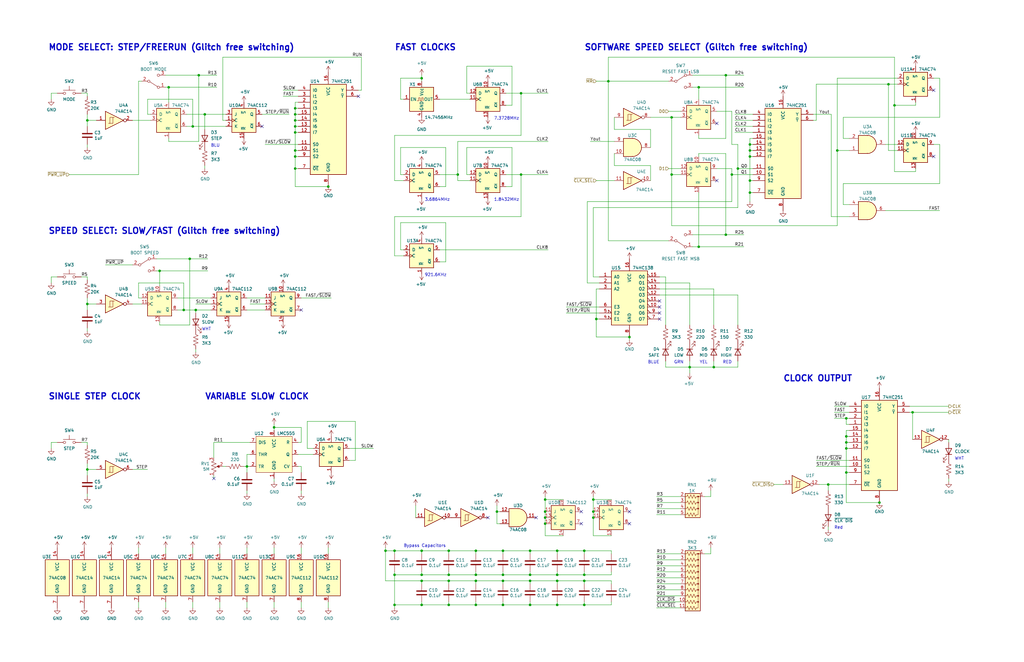
<source format=kicad_sch>
(kicad_sch (version 20211123) (generator eeschema)
  (paper "USLedger")
  (title_block (title "Manual and software selectable clock") (date "2022-10-22") (rev "1.6") (company "Frédéric Segard") (comment 4 "Special thanks to Adrien Kohlbecker and Paul Fellingham for their clock inspiration."))
  (junction (at 246.38 242.57))
  (junction (at 223.52 232.41))
  (junction (at 124.46 63.5))
  (junction (at 36.83 50.8))
  (junction (at 189.23 242.57))
  (junction (at 229.87 218.44))
  (junction (at 177.8 245.11))
  (junction (at 308.61 73.66))
  (junction (at 81.28 53.34))
  (junction (at 124.46 48.26))
  (junction (at 229.87 215.9))
  (junction (at 250.19 210.82))
  (junction (at 265.43 142.24))
  (junction (at 356.87 199.39))
  (junction (at 316.23 63.5))
  (junction (at 306.07 99.06))
  (junction (at 311.15 71.12))
  (junction (at 234.95 255.27))
  (junction (at 223.52 255.27))
  (junction (at 294.64 104.14))
  (junction (at 251.46 134.62))
  (junction (at 212.09 242.57))
  (junction (at 166.37 232.41))
  (junction (at 200.66 255.27))
  (junction (at 377.19 44.45))
  (junction (at 223.52 245.11))
  (junction (at 229.87 220.98))
  (junction (at 177.8 242.57))
  (junction (at 212.09 255.27))
  (junction (at 193.04 73.66))
  (junction (at 316.23 76.2))
  (junction (at 115.57 180.34))
  (junction (at 177.8 33.02))
  (junction (at 316.23 66.04))
  (junction (at 124.46 71.12))
  (junction (at 353.06 63.5))
  (junction (at 162.56 232.41))
  (junction (at 234.95 242.57))
  (junction (at 189.23 232.41))
  (junction (at 250.19 218.44))
  (junction (at 124.46 45.72))
  (junction (at 229.87 210.82))
  (junction (at 356.87 176.53))
  (junction (at 223.52 242.57))
  (junction (at 246.38 255.27))
  (junction (at 86.36 48.26))
  (junction (at 124.46 66.04))
  (junction (at 300.99 154.94))
  (junction (at 250.19 215.9))
  (junction (at 246.38 232.41))
  (junction (at 349.25 204.47))
  (junction (at 212.09 245.11))
  (junction (at 166.37 255.27))
  (junction (at 82.55 130.81))
  (junction (at 356.87 186.69))
  (junction (at 256.54 34.29))
  (junction (at 234.95 245.11))
  (junction (at 374.65 35.56))
  (junction (at 209.55 215.9))
  (junction (at 189.23 245.11))
  (junction (at 316.23 81.28))
  (junction (at 177.8 255.27))
  (junction (at 200.66 242.57))
  (junction (at 104.14 196.85))
  (junction (at 283.21 49.53))
  (junction (at 246.38 245.11))
  (junction (at 316.23 60.96))
  (junction (at 306.07 31.75))
  (junction (at 200.66 245.11))
  (junction (at 356.87 189.23))
  (junction (at 219.71 73.66))
  (junction (at 294.64 36.83))
  (junction (at 138.43 78.74))
  (junction (at 77.47 130.81))
  (junction (at 71.12 36.83))
  (junction (at 36.83 128.27))
  (junction (at 166.37 242.57))
  (junction (at 124.46 50.8))
  (junction (at 177.8 232.41))
  (junction (at 290.83 154.94))
  (junction (at 36.83 198.12))
  (junction (at 83.82 31.75))
  (junction (at 80.01 109.22))
  (junction (at 67.31 114.3))
  (junction (at 384.81 173.99))
  (junction (at 124.46 53.34))
  (junction (at 189.23 255.27))
  (junction (at 200.66 232.41))
  (junction (at 370.84 212.09))
  (junction (at 219.71 39.37))
  (junction (at 356.87 184.15))
  (junction (at 124.46 55.88))
  (junction (at 212.09 232.41))
  (junction (at 234.95 232.41))
  (junction (at 283.21 73.66))
  (no_connect (at 151.13 40.64))
  (no_connect (at 278.13 132.08))
  (no_connect (at 278.13 127))
  (no_connect (at 278.13 129.54))
  (no_connect (at 278.13 134.62))
  (no_connect (at 393.7 38.1))
  (no_connect (at 393.7 66.04))
  (no_connect (at 265.43 215.9))
  (no_connect (at 265.43 220.98))
  (no_connect (at 245.11 215.9))
  (no_connect (at 245.11 220.98))
  (no_connect (at 205.74 218.44))
  (no_connect (at 226.06 218.44))
  (no_connect (at 90.17 201.93))
  (no_connect (at 127 130.81))
  (no_connect (at 110.49 53.34))
  (no_connect (at 302.26 76.2))
  (no_connect (at 302.26 52.07))
  (wire (pts (xy 185.42 78.74) (xy 187.96 78.74)))
  (wire (pts (xy 251.46 134.62) (xy 251.46 142.24)))
  (wire (pts (xy 210.82 220.98) (xy 209.55 220.98)))
  (wire (pts (xy 309.88 48.26) (xy 317.5 48.26)))
  (wire (pts (xy 393.7 33.02) (xy 396.24 33.02)))
  (wire (pts (xy 81.28 254) (xy 81.28 256.54)))
  (wire (pts (xy 274.32 69.85) (xy 259.08 69.85)))
  (wire (pts (xy 187.96 110.49) (xy 187.96 93.98)))
  (wire (pts (xy 212.09 241.3) (xy 212.09 242.57)))
  (wire (pts (xy 274.32 54.61) (xy 259.08 54.61)))
  (wire (pts (xy 62.23 48.26) (xy 63.5 48.26)))
  (wire (pts (xy 127 125.73) (xy 139.7 125.73)))
  (wire (pts (xy 257.81 232.41) (xy 246.38 232.41)))
  (wire (pts (xy 36.83 130.81) (xy 36.83 128.27)))
  (wire (pts (xy 209.55 213.36) (xy 209.55 215.9)))
  (wire (pts (xy 93.98 24.13) (xy 152.4 24.13)))
  (wire (pts (xy 104.14 130.81) (xy 111.76 130.81)))
  (wire (pts (xy 185.42 110.49) (xy 187.96 110.49)))
  (wire (pts (xy 177.8 33.02) (xy 168.91 33.02)))
  (wire (pts (xy 300.99 152.4) (xy 300.99 154.94)))
  (wire (pts (xy 356.87 184.15) (xy 356.87 186.69)))
  (wire (pts (xy 229.87 215.9) (xy 229.87 218.44)))
  (wire (pts (xy 280.67 152.4) (xy 280.67 154.94)))
  (wire (pts (xy 80.01 137.16) (xy 67.31 137.16)))
  (wire (pts (xy 311.15 154.94) (xy 300.99 154.94)))
  (wire (pts (xy 200.66 245.11) (xy 212.09 245.11)))
  (wire (pts (xy 292.1 104.14) (xy 294.64 104.14)))
  (wire (pts (xy 55.88 50.8) (xy 63.5 50.8)))
  (wire (pts (xy 168.91 33.02) (xy 168.91 41.91)))
  (wire (pts (xy 115.57 254) (xy 115.57 256.54)))
  (wire (pts (xy 356.87 186.69) (xy 358.14 186.69)))
  (wire (pts (xy 115.57 180.34) (xy 115.57 179.07)))
  (wire (pts (xy 193.04 76.2) (xy 198.12 76.2)))
  (wire (pts (xy 297.18 209.55) (xy 299.72 209.55)))
  (wire (pts (xy 92.71 231.14) (xy 92.71 233.68)))
  (wire (pts (xy 237.49 226.06) (xy 229.87 226.06)))
  (wire (pts (xy 147.32 189.23) (xy 157.48 189.23)))
  (wire (pts (xy 166.37 76.2) (xy 166.37 57.15)))
  (wire (pts (xy 127 186.69) (xy 125.73 186.69)))
  (wire (pts (xy 309.88 53.34) (xy 317.5 53.34)))
  (wire (pts (xy 350.52 48.26) (xy 350.52 91.44)))
  (wire (pts (xy 283.21 73.66) (xy 287.02 73.66)))
  (wire (pts (xy 356.87 181.61) (xy 358.14 181.61)))
  (wire (pts (xy 309.88 55.88) (xy 317.5 55.88)))
  (wire (pts (xy 251.46 134.62) (xy 252.73 134.62)))
  (wire (pts (xy 189.23 241.3) (xy 189.23 242.57)))
  (wire (pts (xy 196.85 73.66) (xy 198.12 73.66)))
  (wire (pts (xy 149.86 194.31) (xy 149.86 177.8)))
  (wire (pts (xy 69.85 231.14) (xy 69.85 233.68)))
  (wire (pts (xy 74.93 125.73) (xy 88.9 125.73)))
  (wire (pts (xy 294.64 36.83) (xy 294.64 41.91)))
  (wire (pts (xy 250.19 218.44) (xy 250.19 215.9)))
  (wire (pts (xy 124.46 71.12) (xy 125.73 71.12)))
  (wire (pts (xy 58.42 125.73) (xy 59.69 125.73)))
  (wire (pts (xy 162.56 245.11) (xy 162.56 232.41)))
  (wire (pts (xy 215.9 44.45) (xy 215.9 27.94)))
  (wire (pts (xy 105.41 128.27) (xy 111.76 128.27)))
  (wire (pts (xy 177.8 255.27) (xy 189.23 255.27)))
  (wire (pts (xy 278.13 119.38) (xy 290.83 119.38)))
  (wire (pts (xy 189.23 245.11) (xy 200.66 245.11)))
  (wire (pts (xy 302.26 46.99) (xy 308.61 46.99)))
  (wire (pts (xy 276.86 236.22) (xy 287.02 236.22)))
  (wire (pts (xy 86.36 48.26) (xy 95.25 48.26)))
  (wire (pts (xy 62.23 198.12) (xy 55.88 198.12)))
  (wire (pts (xy 86.36 48.26) (xy 86.36 54.61)))
  (wire (pts (xy 215.9 62.23) (xy 196.85 62.23)))
  (wire (pts (xy 280.67 154.94) (xy 290.83 154.94)))
  (wire (pts (xy 345.44 204.47) (xy 349.25 204.47)))
  (wire (pts (xy 36.83 186.69) (xy 36.83 187.96)))
  (wire (pts (xy 316.23 66.04) (xy 316.23 76.2)))
  (wire (pts (xy 82.55 130.81) (xy 88.9 130.81)))
  (wire (pts (xy 246.38 241.3) (xy 246.38 242.57)))
  (wire (pts (xy 200.66 255.27) (xy 212.09 255.27)))
  (wire (pts (xy 196.85 62.23) (xy 196.85 73.66)))
  (wire (pts (xy 281.94 101.6) (xy 256.54 101.6)))
  (wire (pts (xy 219.71 39.37) (xy 219.71 57.15)))
  (wire (pts (xy 265.43 143.51) (xy 265.43 142.24)))
  (wire (pts (xy 344.17 196.85) (xy 358.14 196.85)))
  (wire (pts (xy 124.46 45.72) (xy 125.73 45.72)))
  (wire (pts (xy 34.29 116.84) (xy 36.83 116.84)))
  (wire (pts (xy 213.36 78.74) (xy 215.9 78.74)))
  (wire (pts (xy 252.73 121.92) (xy 251.46 121.92)))
  (wire (pts (xy 234.95 232.41) (xy 234.95 233.68)))
  (wire (pts (xy 58.42 34.29) (xy 58.42 73.66)))
  (wire (pts (xy 311.15 60.96) (xy 308.61 60.96)))
  (wire (pts (xy 67.31 114.3) (xy 87.63 114.3)))
  (wire (pts (xy 308.61 73.66) (xy 317.5 73.66)))
  (wire (pts (xy 299.72 231.14) (xy 299.72 233.68)))
  (wire (pts (xy 177.8 241.3) (xy 177.8 242.57)))
  (wire (pts (xy 189.23 245.11) (xy 177.8 245.11)))
  (wire (pts (xy 168.91 62.23) (xy 168.91 73.66)))
  (wire (pts (xy 119.38 38.1) (xy 125.73 38.1)))
  (wire (pts (xy 125.73 43.18) (xy 124.46 43.18)))
  (wire (pts (xy 281.94 46.99) (xy 287.02 46.99)))
  (wire (pts (xy 257.81 226.06) (xy 250.19 226.06)))
  (wire (pts (xy 166.37 255.27) (xy 177.8 255.27)))
  (wire (pts (xy 356.87 179.07) (xy 356.87 176.53)))
  (wire (pts (xy 69.85 31.75) (xy 83.82 31.75)))
  (wire (pts (xy 127 208.28) (xy 127 207.01)))
  (wire (pts (xy 351.79 173.99) (xy 358.14 173.99)))
  (wire (pts (xy 234.95 245.11) (xy 246.38 245.11)))
  (wire (pts (xy 168.91 105.41) (xy 170.18 105.41)))
  (wire (pts (xy 297.18 233.68) (xy 299.72 233.68)))
  (wire (pts (xy 276.86 243.84) (xy 287.02 243.84)))
  (wire (pts (xy 125.73 66.04) (xy 124.46 66.04)))
  (wire (pts (xy 316.23 81.28) (xy 317.5 81.28)))
  (wire (pts (xy 36.83 53.34) (xy 36.83 50.8)))
  (wire (pts (xy 349.25 223.52) (xy 349.25 222.25)))
  (wire (pts (xy 276.86 241.3) (xy 287.02 241.3)))
  (wire (pts (xy 177.8 33.02) (xy 177.8 34.29)))
  (wire (pts (xy 300.99 121.92) (xy 300.99 137.16)))
  (wire (pts (xy 104.14 125.73) (xy 111.76 125.73)))
  (wire (pts (xy 311.15 124.46) (xy 311.15 137.16)))
  (wire (pts (xy 83.82 31.75) (xy 91.44 31.75)))
  (wire (pts (xy 290.83 119.38) (xy 290.83 137.16)))
  (wire (pts (xy 58.42 34.29) (xy 59.69 34.29)))
  (wire (pts (xy 229.87 209.55) (xy 229.87 210.82)))
  (wire (pts (xy 162.56 232.41) (xy 166.37 232.41)))
  (wire (pts (xy 386.08 71.12) (xy 386.08 72.39)))
  (wire (pts (xy 246.38 254) (xy 246.38 255.27)))
  (wire (pts (xy 152.4 24.13) (xy 152.4 38.1)))
  (wire (pts (xy 104.14 196.85) (xy 104.14 191.77)))
  (wire (pts (xy 278.13 124.46) (xy 311.15 124.46)))
  (wire (pts (xy 24.13 186.69) (xy 21.59 186.69)))
  (wire (pts (xy 67.31 114.3) (xy 66.04 114.3)))
  (wire (pts (xy 166.37 242.57) (xy 177.8 242.57)))
  (wire (pts (xy 229.87 210.82) (xy 237.49 210.82)))
  (wire (pts (xy 223.52 255.27) (xy 234.95 255.27)))
  (wire (pts (xy 396.24 77.47) (xy 355.6 77.47)))
  (wire (pts (xy 129.54 189.23) (xy 132.08 189.23)))
  (wire (pts (xy 400.05 185.42) (xy 400.05 186.69)))
  (wire (pts (xy 356.87 181.61) (xy 356.87 184.15)))
  (wire (pts (xy 36.83 48.26) (xy 36.83 50.8)))
  (wire (pts (xy 36.83 60.96) (xy 36.83 62.23)))
  (wire (pts (xy 353.06 63.5) (xy 353.06 95.25)))
  (wire (pts (xy 124.46 45.72) (xy 124.46 48.26)))
  (wire (pts (xy 276.86 254) (xy 287.02 254)))
  (wire (pts (xy 283.21 73.66) (xy 283.21 95.25)))
  (wire (pts (xy 219.71 73.66) (xy 231.14 73.66)))
  (wire (pts (xy 36.83 208.28) (xy 36.83 209.55)))
  (wire (pts (xy 238.76 132.08) (xy 252.73 132.08)))
  (wire (pts (xy 278.13 121.92) (xy 300.99 121.92)))
  (wire (pts (xy 353.06 33.02) (xy 378.46 33.02)))
  (wire (pts (xy 276.86 246.38) (xy 287.02 246.38)))
  (wire (pts (xy 378.46 63.5) (xy 374.65 63.5)))
  (wire (pts (xy 316.23 60.96) (xy 317.5 60.96)))
  (wire (pts (xy 189.23 232.41) (xy 177.8 232.41)))
  (wire (pts (xy 294.64 81.28) (xy 294.64 104.14)))
  (wire (pts (xy 356.87 184.15) (xy 358.14 184.15)))
  (wire (pts (xy 115.57 180.34) (xy 127 180.34)))
  (wire (pts (xy 151.13 38.1) (xy 152.4 38.1)))
  (wire (pts (xy 276.86 212.09) (xy 287.02 212.09)))
  (wire (pts (xy 306.07 58.42) (xy 306.07 31.75)))
  (wire (pts (xy 127 254) (xy 127 256.54)))
  (wire (pts (xy 80.01 109.22) (xy 87.63 109.22)))
  (wire (pts (xy 276.86 214.63) (xy 287.02 214.63)))
  (wire (pts (xy 111.76 60.96) (xy 125.73 60.96)))
  (wire (pts (xy 311.15 152.4) (xy 311.15 154.94)))
  (wire (pts (xy 276.86 217.17) (xy 287.02 217.17)))
  (wire (pts (xy 353.06 63.5) (xy 358.14 63.5)))
  (wire (pts (xy 200.66 233.68) (xy 200.66 232.41)))
  (wire (pts (xy 124.46 48.26) (xy 125.73 48.26)))
  (wire (pts (xy 302.26 71.12) (xy 308.61 71.12)))
  (wire (pts (xy 311.15 71.12) (xy 311.15 60.96)))
  (wire (pts (xy 127 196.85) (xy 127 199.39)))
  (wire (pts (xy 36.83 39.37) (xy 36.83 40.64)))
  (wire (pts (xy 292.1 99.06) (xy 306.07 99.06)))
  (wire (pts (xy 250.19 226.06) (xy 250.19 218.44)))
  (wire (pts (xy 83.82 59.69) (xy 71.12 59.69)))
  (wire (pts (xy 234.95 254) (xy 234.95 255.27)))
  (wire (pts (xy 125.73 196.85) (xy 127 196.85)))
  (wire (pts (xy 316.23 63.5) (xy 316.23 66.04)))
  (wire (pts (xy 308.61 73.66) (xy 308.61 85.09)))
  (wire (pts (xy 212.09 245.11) (xy 212.09 246.38)))
  (wire (pts (xy 124.46 43.18) (xy 124.46 45.72)))
  (wire (pts (xy 36.83 116.84) (xy 36.83 118.11)))
  (wire (pts (xy 34.29 186.69) (xy 36.83 186.69)))
  (wire (pts (xy 124.46 55.88) (xy 125.73 55.88)))
  (wire (pts (xy 90.17 186.69) (xy 90.17 193.04)))
  (wire (pts (xy 77.47 119.38) (xy 58.42 119.38)))
  (wire (pts (xy 166.37 76.2) (xy 170.18 76.2)))
  (wire (pts (xy 306.07 31.75) (xy 313.69 31.75)))
  (wire (pts (xy 147.32 194.31) (xy 149.86 194.31)))
  (wire (pts (xy 81.28 53.34) (xy 95.25 53.34)))
  (wire (pts (xy 356.87 189.23) (xy 356.87 199.39)))
  (wire (pts (xy 77.47 130.81) (xy 82.55 130.81)))
  (wire (pts (xy 67.31 137.16) (xy 67.31 135.89)))
  (wire (pts (xy 193.04 73.66) (xy 193.04 76.2)))
  (wire (pts (xy 213.36 39.37) (xy 219.71 39.37)))
  (wire (pts (xy 383.54 171.45) (xy 400.05 171.45)))
  (wire (pts (xy 247.65 85.09) (xy 247.65 119.38)))
  (wire (pts (xy 274.32 62.23) (xy 274.32 54.61)))
  (wire (pts (xy 189.23 255.27) (xy 200.66 255.27)))
  (wire (pts (xy 81.28 231.14) (xy 81.28 233.68)))
  (wire (pts (xy 344.17 194.31) (xy 358.14 194.31)))
  (wire (pts (xy 234.95 245.11) (xy 223.52 245.11)))
  (wire (pts (xy 396.24 60.96) (xy 396.24 77.47)))
  (wire (pts (xy 187.96 62.23) (xy 168.91 62.23)))
  (wire (pts (xy 212.09 232.41) (xy 200.66 232.41)))
  (wire (pts (xy 246.38 245.11) (xy 257.81 245.11)))
  (wire (pts (xy 353.06 33.02) (xy 353.06 63.5)))
  (wire (pts (xy 115.57 181.61) (xy 115.57 180.34)))
  (wire (pts (xy 251.46 34.29) (xy 256.54 34.29)))
  (wire (pts (xy 316.23 76.2) (xy 317.5 76.2)))
  (wire (pts (xy 350.52 91.44) (xy 358.14 91.44)))
  (wire (pts (xy 81.28 41.91) (xy 62.23 41.91)))
  (wire (pts (xy 66.04 109.22) (xy 80.01 109.22)))
  (wire (pts (xy 104.14 231.14) (xy 104.14 233.68)))
  (wire (pts (xy 248.92 59.69) (xy 259.08 59.69)))
  (wire (pts (xy 209.55 220.98) (xy 209.55 215.9)))
  (wire (pts (xy 55.88 128.27) (xy 59.69 128.27)))
  (wire (pts (xy 356.87 212.09) (xy 370.84 212.09)))
  (wire (pts (xy 290.83 154.94) (xy 290.83 157.48)))
  (wire (pts (xy 219.71 73.66) (xy 219.71 91.44)))
  (wire (pts (xy 246.38 232.41) (xy 234.95 232.41)))
  (wire (pts (xy 342.9 48.26) (xy 350.52 48.26)))
  (wire (pts (xy 193.04 59.69) (xy 231.14 59.69)))
  (wire (pts (xy 280.67 137.16) (xy 280.67 116.84)))
  (wire (pts (xy 71.12 59.69) (xy 71.12 58.42)))
  (wire (pts (xy 168.91 73.66) (xy 170.18 73.66)))
  (wire (pts (xy 238.76 129.54) (xy 252.73 129.54)))
  (wire (pts (xy 177.8 254) (xy 177.8 255.27)))
  (wire (pts (xy 374.65 35.56) (xy 378.46 35.56)))
  (wire (pts (xy 93.98 50.8) (xy 95.25 50.8)))
  (wire (pts (xy 215.9 27.94) (xy 196.85 27.94)))
  (wire (pts (xy 274.32 49.53) (xy 283.21 49.53)))
  (wire (pts (xy 213.36 73.66) (xy 219.71 73.66)))
  (wire (pts (xy 193.04 73.66) (xy 193.04 59.69)))
  (wire (pts (xy 358.14 199.39) (xy 356.87 199.39)))
  (wire (pts (xy 256.54 34.29) (xy 256.54 101.6)))
  (wire (pts (xy 138.43 231.14) (xy 138.43 233.68)))
  (wire (pts (xy 280.67 116.84) (xy 278.13 116.84)))
  (wire (pts (xy 162.56 245.11) (xy 177.8 245.11)))
  (wire (pts (xy 259.08 54.61) (xy 259.08 49.53)))
  (wire (pts (xy 175.26 213.36) (xy 175.26 218.44)))
  (wire (pts (xy 283.21 49.53) (xy 283.21 73.66)))
  (wire (pts (xy 223.52 232.41) (xy 234.95 232.41)))
  (wire (pts (xy 294.64 57.15) (xy 294.64 58.42)))
  (wire (pts (xy 90.17 186.69) (xy 105.41 186.69)))
  (wire (pts (xy 229.87 210.82) (xy 229.87 215.9)))
  (wire (pts (xy 283.21 95.25) (xy 353.06 95.25)))
  (wire (pts (xy 276.86 209.55) (xy 287.02 209.55)))
  (wire (pts (xy 383.54 173.99) (xy 384.81 173.99)))
  (wire (pts (xy 257.81 233.68) (xy 257.81 232.41)))
  (wire (pts (xy 185.42 105.41) (xy 231.14 105.41)))
  (wire (pts (xy 251.46 76.2) (xy 259.08 76.2)))
  (wire (pts (xy 309.88 50.8) (xy 317.5 50.8)))
  (wire (pts (xy 93.98 196.85) (xy 95.25 196.85)))
  (wire (pts (xy 400.05 203.2) (xy 400.05 201.93)))
  (wire (pts (xy 124.46 55.88) (xy 124.46 63.5)))
  (wire (pts (xy 257.81 241.3) (xy 257.81 242.57)))
  (wire (pts (xy 166.37 232.41) (xy 166.37 233.68)))
  (wire (pts (xy 229.87 218.44) (xy 229.87 220.98)))
  (wire (pts (xy 58.42 254) (xy 58.42 256.54)))
  (wire (pts (xy 247.65 119.38) (xy 252.73 119.38)))
  (wire (pts (xy 58.42 233.68) (xy 58.42 231.14)))
  (wire (pts (xy 355.6 49.53) (xy 355.6 58.42)))
  (wire (pts (xy 104.14 191.77) (xy 105.41 191.77)))
  (wire (pts (xy 223.52 241.3) (xy 223.52 242.57)))
  (wire (pts (xy 386.08 44.45) (xy 386.08 43.18)))
  (wire (pts (xy 166.37 241.3) (xy 166.37 242.57)))
  (wire (pts (xy 308.61 85.09) (xy 247.65 85.09)))
  (wire (pts (xy 177.8 232.41) (xy 166.37 232.41)))
  (wire (pts (xy 105.41 196.85) (xy 104.14 196.85)))
  (wire (pts (xy 196.85 27.94) (xy 196.85 39.37)))
  (wire (pts (xy 124.46 71.12) (xy 124.46 78.74)))
  (wire (pts (xy 166.37 255.27) (xy 166.37 256.54)))
  (wire (pts (xy 212.09 254) (xy 212.09 255.27)))
  (wire (pts (xy 316.23 81.28) (xy 316.23 85.09)))
  (wire (pts (xy 177.8 31.75) (xy 177.8 33.02)))
  (wire (pts (xy 177.8 246.38) (xy 177.8 245.11)))
  (wire (pts (xy 200.66 241.3) (xy 200.66 242.57)))
  (wire (pts (xy 316.23 76.2) (xy 316.23 81.28)))
  (wire (pts (xy 384.81 173.99) (xy 384.81 185.42)))
  (wire (pts (xy 358.14 189.23) (xy 356.87 189.23)))
  (wire (pts (xy 93.98 50.8) (xy 93.98 24.13)))
  (wire (pts (xy 373.38 60.96) (xy 378.46 60.96)))
  (wire (pts (xy 292.1 31.75) (xy 306.07 31.75)))
  (wire (pts (xy 234.95 241.3) (xy 234.95 242.57)))
  (wire (pts (xy 326.39 204.47) (xy 330.2 204.47)))
  (wire (pts (xy 377.19 44.45) (xy 377.19 24.13)))
  (wire (pts (xy 250.19 210.82) (xy 257.81 210.82)))
  (wire (pts (xy 62.23 41.91) (xy 62.23 48.26)))
  (wire (pts (xy 36.83 50.8) (xy 40.64 50.8)))
  (wire (pts (xy 344.17 50.8) (xy 342.9 50.8)))
  (wire (pts (xy 292.1 36.83) (xy 294.64 36.83)))
  (wire (pts (xy 187.96 78.74) (xy 187.96 62.23)))
  (wire (pts (xy 86.36 71.12) (xy 86.36 69.85)))
  (wire (pts (xy 294.64 64.77) (xy 294.64 66.04)))
  (wire (pts (xy 124.46 66.04) (xy 124.46 71.12)))
  (wire (pts (xy 250.19 116.84) (xy 252.73 116.84)))
  (wire (pts (xy 81.28 41.91) (xy 81.28 53.34)))
  (wire (pts (xy 256.54 24.13) (xy 256.54 34.29)))
  (wire (pts (xy 36.83 125.73) (xy 36.83 128.27)))
  (wire (pts (xy 281.94 71.12) (xy 287.02 71.12)))
  (wire (pts (xy 110.49 48.26) (xy 121.92 48.26)))
  (wire (pts (xy 396.24 33.02) (xy 396.24 49.53)))
  (wire (pts (xy 83.82 31.75) (xy 83.82 59.69)))
  (wire (pts (xy 189.23 246.38) (xy 189.23 245.11)))
  (wire (pts (xy 265.43 142.24) (xy 251.46 142.24)))
  (wire (pts (xy 306.07 64.77) (xy 294.64 64.77)))
  (wire (pts (xy 374.65 35.56) (xy 374.65 63.5)))
  (wire (pts (xy 384.81 173.99) (xy 400.05 173.99)))
  (wire (pts (xy 299.72 207.01) (xy 299.72 209.55)))
  (wire (pts (xy 316.23 63.5) (xy 317.5 63.5)))
  (wire (pts (xy 166.37 107.95) (xy 166.37 91.44)))
  (wire (pts (xy 344.17 35.56) (xy 344.17 50.8)))
  (wire (pts (xy 259.08 69.85) (xy 259.08 64.77)))
  (wire (pts (xy 294.64 58.42) (xy 306.07 58.42)))
  (wire (pts (xy 316.23 66.04) (xy 317.5 66.04)))
  (wire (pts (xy 119.38 40.64) (xy 125.73 40.64)))
  (wire (pts (xy 377.19 72.39) (xy 377.19 44.45)))
  (wire (pts (xy 257.81 254) (xy 257.81 255.27)))
  (wire (pts (xy 306.07 99.06) (xy 306.07 64.77)))
  (wire (pts (xy 24.13 116.84) (xy 21.59 116.84)))
  (wire (pts (xy 290.83 152.4) (xy 290.83 154.94)))
  (wire (pts (xy 316.23 60.96) (xy 316.23 63.5)))
  (wire (pts (xy 308.61 71.12) (xy 308.61 73.66)))
  (wire (pts (xy 187.96 93.98) (xy 168.91 93.98)))
  (wire (pts (xy 356.87 199.39) (xy 356.87 212.09)))
  (wire (pts (xy 316.23 58.42) (xy 316.23 60.96)))
  (wire (pts (xy 300.99 154.94) (xy 290.83 154.94)))
  (wire (pts (xy 250.19 87.63) (xy 311.15 87.63)))
  (wire (pts (xy 149.86 177.8) (xy 129.54 177.8)))
  (wire (pts (xy 250.19 209.55) (xy 250.19 210.82)))
  (wire (pts (xy 124.46 50.8) (xy 124.46 53.34)))
  (wire (pts (xy 276.86 256.54) (xy 287.02 256.54)))
  (wire (pts (xy 396.24 49.53) (xy 355.6 49.53)))
  (wire (pts (xy 257.81 245.11) (xy 257.81 246.38)))
  (wire (pts (xy 78.74 48.26) (xy 86.36 48.26)))
  (wire (pts (xy 349.25 204.47) (xy 349.25 207.01)))
  (wire (pts (xy 166.37 57.15) (xy 219.71 57.15)))
  (wire (pts (xy 82.55 147.32) (xy 82.55 148.59)))
  (wire (pts (xy 36.83 198.12) (xy 40.64 198.12)))
  (wire (pts (xy 250.19 87.63) (xy 250.19 116.84)))
  (wire (pts (xy 71.12 36.83) (xy 69.85 36.83)))
  (wire (pts (xy 212.09 255.27) (xy 223.52 255.27)))
  (wire (pts (xy 24.13 39.37) (xy 21.59 39.37)))
  (wire (pts (xy 212.09 242.57) (xy 223.52 242.57)))
  (wire (pts (xy 67.31 120.65) (xy 67.31 114.3)))
  (wire (pts (xy 294.64 104.14) (xy 313.69 104.14)))
  (wire (pts (xy 355.6 86.36) (xy 358.14 86.36)))
  (wire (pts (xy 311.15 71.12) (xy 311.15 87.63)))
  (wire (pts (xy 246.38 255.27) (xy 257.81 255.27)))
  (wire (pts (xy 21.59 186.69) (xy 21.59 189.23)))
  (wire (pts (xy 209.55 215.9) (xy 210.82 215.9)))
  (wire (pts (xy 246.38 242.57) (xy 257.81 242.57)))
  (wire (pts (xy 344.17 35.56) (xy 374.65 35.56)))
  (wire (pts (xy 281.94 34.29) (xy 256.54 34.29)))
  (wire (pts (xy 189.23 254) (xy 189.23 255.27)))
  (wire (pts (xy 246.38 233.68) (xy 246.38 232.41)))
  (wire (pts (xy 36.83 200.66) (xy 36.83 198.12)))
  (wire (pts (xy 124.46 50.8) (xy 125.73 50.8)))
  (wire (pts (xy 234.95 255.27) (xy 246.38 255.27)))
  (wire (pts (xy 356.87 179.07) (xy 358.14 179.07)))
  (wire (pts (xy 36.83 138.43) (xy 36.83 139.7)))
  (wire (pts (xy 189.23 242.57) (xy 200.66 242.57)))
  (wire (pts (xy 177.8 242.57) (xy 189.23 242.57)))
  (wire (pts (xy 104.14 199.39) (xy 104.14 196.85)))
  (wire (pts (xy 162.56 231.14) (xy 162.56 232.41)))
  (wire (pts (xy 294.64 36.83) (xy 313.69 36.83)))
  (wire (pts (xy 124.46 48.26) (xy 124.46 50.8)))
  (wire (pts (xy 219.71 91.44) (xy 166.37 91.44)))
  (wire (pts (xy 125.73 191.77) (xy 132.08 191.77)))
  (wire (pts (xy 276.86 238.76) (xy 287.02 238.76)))
  (wire (pts (xy 306.07 99.06) (xy 313.69 99.06)))
  (wire (pts (xy 124.46 63.5) (xy 124.46 66.04)))
  (wire (pts (xy 276.86 233.68) (xy 287.02 233.68)))
  (wire (pts (xy 356.87 176.53) (xy 351.79 176.53)))
  (wire (pts (xy 355.6 58.42) (xy 358.14 58.42)))
  (wire (pts (xy 166.37 242.57) (xy 166.37 255.27)))
  (wire (pts (xy 317.5 58.42) (xy 316.23 58.42)))
  (wire (pts (xy 276.86 251.46) (xy 287.02 251.46)))
  (wire (pts (xy 200.66 254) (xy 200.66 255.27)))
  (wire (pts (xy 349.25 204.47) (xy 358.14 204.47)))
  (wire (pts (xy 311.15 71.12) (xy 317.5 71.12)))
  (wire (pts (xy 58.42 73.66) (xy 29.21 73.66)))
  (wire (pts (xy 356.87 176.53) (xy 358.14 176.53)))
  (wire (pts (xy 92.71 254) (xy 92.71 256.54)))
  (wire (pts (xy 223.52 246.38) (xy 223.52 245.11)))
  (wire (pts (xy 127 231.14) (xy 127 233.68)))
  (wire (pts (xy 82.55 128.27) (xy 88.9 128.27)))
  (wire (pts (xy 351.79 171.45) (xy 358.14 171.45)))
  (wire (pts (xy 82.55 132.08) (xy 82.55 130.81)))
  (wire (pts (xy 196.85 39.37) (xy 198.12 39.37)))
  (wire (pts (xy 36.83 128.27) (xy 40.64 128.27)))
  (wire (pts (xy 44.45 111.76) (xy 55.88 111.76)))
  (wire (pts (xy 21.59 39.37) (xy 21.59 41.91)))
  (wire (pts (xy 125.73 63.5) (xy 124.46 63.5)))
  (wire (pts (xy 223.52 245.11) (xy 212.09 245.11)))
  (wire (pts (xy 138.43 254) (xy 138.43 256.54)))
  (wire (pts (xy 393.7 60.96) (xy 396.24 60.96)))
  (wire (pts (xy 308.61 46.99) (xy 308.61 60.96)))
  (wire (pts (xy 246.38 245.11) (xy 246.38 246.38)))
  (wire (pts (xy 200.66 232.41) (xy 189.23 232.41)))
  (wire (pts (xy 215.9 78.74) (xy 215.9 62.23)))
  (wire (pts (xy 21.59 116.84) (xy 21.59 119.38)))
  (wire (pts (xy 219.71 39.37) (xy 231.14 39.37)))
  (wire (pts (xy 223.52 254) (xy 223.52 255.27)))
  (wire (pts (xy 386.08 72.39) (xy 377.19 72.39)))
  (wire (pts (xy 185.42 41.91) (xy 198.12 41.91)))
  (wire (pts (xy 229.87 220.98) (xy 229.87 226.06)))
  (wire (pts (xy 189.23 233.68) (xy 189.23 232.41)))
  (wire (pts (xy 168.91 41.91) (xy 170.18 41.91)))
  (wire (pts (xy 81.28 53.34) (xy 78.74 53.34)))
  (wire (pts (xy 124.46 53.34) (xy 124.46 55.88)))
  (wire (pts (xy 69.85 254) (xy 69.85 256.54)))
  (wire (pts (xy 166.37 107.95) (xy 170.18 107.95)))
  (wire (pts (xy 377.19 44.45) (xy 386.08 44.45)))
  (wire (pts (xy 373.38 88.9) (xy 396.24 88.9)))
  (wire (pts (xy 223.52 232.41) (xy 212.09 232.41)))
  (wire (pts (xy 104.14 254) (xy 104.14 256.54)))
  (wire (pts (xy 127 180.34) (xy 127 186.69)))
  (wire (pts (xy 34.29 39.37) (xy 36.83 39.37)))
  (wire (pts (xy 80.01 109.22) (xy 80.01 137.16)))
  (wire (pts (xy 212.09 233.68) (xy 212.09 232.41)))
  (wire (pts (xy 276.86 248.92) (xy 287.02 248.92)))
  (wire (pts (xy 77.47 130.81) (xy 74.93 130.81)))
  (wire (pts (xy 168.91 93.98) (xy 168.91 105.41)))
  (wire (pts (xy 124.46 53.34) (xy 125.73 53.34)))
  (wire (pts (xy 251.46 121.92) (xy 251.46 134.62)))
  (wire (pts (xy 58.42 119.38) (xy 58.42 125.73)))
  (wire (pts (xy 250.19 215.9) (xy 250.19 210.82)))
  (wire (pts (xy 223.52 242.57) (xy 234.95 242.57)))
  (wire (pts (xy 104.14 208.28) (xy 104.14 207.01)))
  (wire (pts (xy 200.66 242.57) (xy 212.09 242.57)))
  (wire (pts (xy 129.54 177.8) (xy 129.54 189.23)))
  (wire (pts (xy 115.57 203.2) (xy 115.57 201.93)))
  (wire (pts (xy 234.95 246.38) (xy 234.95 245.11)))
  (wire (pts (xy 213.36 44.45) (xy 215.9 44.45)))
  (wire (pts (xy 185.42 73.66) (xy 193.04 73.66)))
  (wire (pts (xy 115.57 231.14) (xy 115.57 233.68)))
  (wire (pts (xy 223.52 233.68) (xy 223.52 232.41)))
  (wire (pts (xy 355.6 77.47) (xy 355.6 86.36)))
  (wire (pts (xy 90.17 200.66) (xy 90.17 201.93)))
  (wire (pts (xy 71.12 43.18) (xy 71.12 36.83)))
  (wire (pts (xy 274.32 76.2) (xy 274.32 69.85)))
  (wire (pts (xy 104.14 196.85) (xy 102.87 196.85)))
  (wire (pts (xy 177.8 233.68) (xy 177.8 232.41)))
  (wire (pts (xy 71.12 36.83) (xy 91.44 36.83)))
  (wire (pts (xy 283.21 49.53) (xy 287.02 49.53)))
  (wire (pts (xy 200.66 245.11) (xy 200.66 246.38)))
  (wire (pts (xy 234.95 242.57) (xy 246.38 242.57)))
  (wire (pts (xy 36.83 195.58) (xy 36.83 198.12)))
  (wire (pts (xy 377.19 24.13) (xy 256.54 24.13)))
  (wire (pts (xy 77.47 119.38) (xy 77.47 130.81)))
  (wire (pts (xy 124.46 78.74) (xy 138.43 78.74)))
  (wire (pts (xy 356.87 189.23) (xy 356.87 186.69)))
  (text "3.6864MHz" (at 179.07 85.09 0) (effects (font (size 1.27 1.27)) (justify left bottom)))
  (text "VARIABLE SLOW CLOCK" (at 86.36 168.91 0) (effects (font (size 2.54 2.54) (thickness 0.508) bold) (justify left bottom)))
  (text "SPEED SELECT: SLOW/FAST (Glitch free switching)" (at 20.32 99.06 0) (effects (font (size 2.54 2.54) (thickness 0.508) bold) (justify left bottom)))
  (text "Bypass Capacitors" (at 170.18 231.14 0) (effects (font (size 1.27 1.27)) (justify left bottom)))
  (text "MODE SELECT: STEP/FREERUN (Glitch free switching)" (at 20.32 21.59 0) (effects (font (size 2.54 2.54) (thickness 0.508) bold) (justify left bottom)))
  (text "RED" (at 308.61 153.67 180) (effects (font (size 1.27 1.27)) (justify right bottom)))
  (text "FAST CLOCKS" (at 166.37 21.59 0) (effects (font (size 2.54 2.54) (thickness 0.508) bold) (justify left bottom)))
  (text "SOFTWARE SPEED SELECT (Glitch free switching)" (at 246.38 21.59 0) (effects (font (size 2.54 2.54) (thickness 0.508) bold) (justify left bottom)))
  (text "CLOCK OUTPUT" (at 330.2 161.29 0) (effects (font (size 2.54 2.54) (thickness 0.508) bold) (justify left bottom)))
  (text "921.6KHz" (at 179.07 116.84 0) (effects (font (size 1.27 1.27)) (justify left bottom)))
  (text "GRN" (at 288.29 153.67 180) (effects (font (size 1.27 1.27)) (justify right bottom)))
  (text "WHT" (at 402.59 194.31 0) (effects (font (size 1.27 1.27)) (justify left bottom)))
  (text "1.8432MHz" (at 208.28 85.09 0) (effects (font (size 1.27 1.27)) (justify left bottom)))
  (text "BLU" (at 88.9 62.23 0) (effects (font (size 1.27 1.27)) (justify left bottom)))
  (text "WHT" (at 85.09 139.7 0) (effects (font (size 1.27 1.27)) (justify left bottom)))
  (text "Red" (at 351.766 223.472 0) (effects (font (size 1.27 1.27)) (justify left bottom)))
  (text "7.3728MHz" (at 208.28 50.8 0) (effects (font (size 1.27 1.27)) (justify left bottom)))
  (text "YEL" (at 298.45 153.67 180) (effects (font (size 1.27 1.27)) (justify right bottom)))
  (text "BLUE" (at 278.13 153.67 180) (effects (font (size 1.27 1.27)) (justify right bottom)))
  (text "SINGLE STEP CLOCK" (at 20.32 168.91 0) (effects (font (size 2.54 2.54) (thickness 0.508) bold) (justify left bottom)))
  (label "R25" (at 313.69 99.06 180))
  (label "~{CLK_DIS}" (at 276.86 254 0))
  (label "STEP" (at 62.23 198.12 180))
  (label "Q1" (at 312.42 73.66 0))
  (label "R25" (at 276.86 248.92 0))
  (label "R5" (at 34.29 116.84 0))
  (label "SLOW" (at 157.48 189.23 180))
  (label "STEP{slash}~{RUN}" (at 121.92 48.26 180))
  (label "R13" (at 276.86 233.68 0))
  (label "FAST{slash}~{SLOW}" (at 139.7 125.73 180))
  (label "STEP{slash}~{RUN}" (at 238.76 132.08 0))
  (label "FAST" (at 119.38 40.64 0))
  (label "STEP{slash}~{RUN}" (at 344.17 196.85 0))
  (label "Yout" (at 248.92 59.69 0))
  (label "CLK4" (at 309.88 50.8 0))
  (label "RUN" (at 148.59 24.13 0))
  (label "FAST" (at 396.24 88.9 180))
  (label "Yout" (at 345.44 48.26 0))
  (label "R9" (at 276.86 238.76 0))
  (label "R7" (at 34.29 186.69 0))
  (label "SLOW" (at 351.79 171.45 0))
  (label "R3" (at 276.86 209.55 0))
  (label "R10" (at 276.86 236.22 0))
  (label "R21" (at 276.86 251.46 0))
  (label "CLK1" (at 231.14 39.37 180))
  (label "FAST{slash}~{SLOW}" (at 111.76 60.96 0))
  (label "R12" (at 87.63 109.22 180))
  (label "R13" (at 91.44 31.75 180))
  (label "R12" (at 276.86 241.3 0))
  (label "SLOW" (at 119.38 38.1 0))
  (label "FAST" (at 351.79 173.99 0))
  (label "Q0" (at 312.42 71.12 0))
  (label "R3" (at 34.29 39.37 0))
  (label "R11" (at 90.17 186.69 0))
  (label "R20" (at 313.69 36.83 180))
  (label "CLK8" (at 309.88 48.26 0))
  (label "R20" (at 276.86 243.84 0))
  (label "R24" (at 276.86 246.38 0))
  (label "R11" (at 276.86 217.17 0))
  (label "CLK8" (at 231.14 105.41 180))
  (label "R21" (at 313.69 104.14 180))
  (label "FAST{slash}~{SLOW}" (at 344.17 194.31 0))
  (label "~{CLK_SEL}" (at 276.86 256.54 0))
  (label "STEP" (at 351.79 176.53 0))
  (label "R7" (at 276.86 214.63 0))
  (label "CLK4" (at 231.14 73.66 180))
  (label "R10" (at 91.44 36.83 180))
  (label "FAST{slash}~{SLOW}" (at 238.76 129.54 0))
  (label "CLK1" (at 309.88 55.88 0))
  (label "~{PWR_UP}" (at 44.45 111.76 0))
  (label "R24" (at 313.69 31.75 180))
  (label "SLOW" (at 82.55 128.27 0))
  (label "CLK2" (at 309.88 53.34 0))
  (label "FAST" (at 105.41 128.27 0))
  (label "R5" (at 276.86 212.09 0))
  (label "CLK2" (at 231.14 59.69 180))
  (label "R9" (at 87.63 114.3 180))
  (hierarchical_label "~{CLK}" (shape output) (at 400.05 173.99 0))
  (hierarchical_label "~{CLK_DIS}" (shape input) (at 326.39 204.47 180))
  (hierarchical_label "D0" (shape input) (at 281.94 46.99 180))
  (hierarchical_label "~{PWR_UP}" (shape input) (at 29.21 73.66 180))
  (hierarchical_label "D1" (shape input) (at 281.94 71.12 180))
  (hierarchical_label "CLK" (shape output) (at 400.05 171.45 0))
  (hierarchical_label "~{MR}" (shape input) (at 251.46 34.29 180))
  (hierarchical_label "~{CLK_SEL}" (shape input) (at 251.46 76.2 180))
  (symbol (lib_id "power:+5V") (at 115.57 179.07 0) (unit 1)
    (property "Reference" "#PWR041" (effects hide))
    (property "Value" "+5V" (at 115.951 174.6758 0))
  )
  (symbol (lib_id "power:GND") (at 115.57 203.2 0) (unit 1)
    (property "Reference" "#PWR042" (effects hide))
    (property "Value" "GND" (at 115.697 207.5942 0))
  )
  (symbol (lib_id "74xx:74HC74") (at 139.7 191.77 0) (unit 1)
    (property "Reference" "U6" (at 133.35 185.42 0) (effects (justify left)))
    (property "Value" "74AC74" (at 140.97 185.42 0) (effects (justify left)))
    (property "Footprint" "Package_DIP:DIP-14_W7.62mm_Socket" (effects hide))
    (property "Datasheet" "74xx/74hc_hct74.pdf" (effects hide))
  )
  (symbol (lib_id "power:+5V") (at 139.7 184.15 0) (unit 1)
    (property "Reference" "#PWR054" (effects hide))
    (property "Value" "+5V" (at 140.081 179.7558 0))
  )
  (symbol (lib_id "74xx:74HC74") (at 58.42 243.84 0) (unit 3)
    (property "Reference" "U5" (at 52.07 234.95 0) (effects (justify left)))
    (property "Value" "74AC74" (at 58.42 243.84 0))
    (property "Footprint" "Package_DIP:DIP-14_W7.62mm_Socket" (effects hide))
    (property "Datasheet" "74xx/74hc_hct74.pdf" (effects hide))
  )
  (symbol (lib_id "power:+5V") (at 58.42 231.14 0) (unit 1)
    (property "Reference" "#PWR024" (effects hide))
    (property "Value" "+5V" (at 58.801 226.7458 0))
  )
  (symbol (lib_id "power:GND") (at 58.42 256.54 0) (unit 1)
    (property "Reference" "#PWR025" (effects hide))
    (property "Value" "GND" (at 58.547 260.9342 0))
  )
  (symbol (lib_id "Device:C") (at 127 203.2 0) (mirror y) (unit 1)
    (property "Reference" "C7" (at 124.079 202.0316 0) (effects (justify left)))
    (property "Value" "0.1uF" (at 124.079 204.343 0) (effects (justify left)))
    (property "Footprint" "Capacitor_THT:C_Disc_D3.0mm_W1.6mm_P2.50mm" (effects hide))
  )
  (symbol (lib_id "Device:R_US") (at 99.06 196.85 90) (mirror x) (unit 1)
    (property "Reference" "R8" (at 99.06 191.643 90))
    (property "Value" "220" (at 99.06 193.9544 90))
    (property "Footprint" "Resistor_THT:R_Axial_DIN0207_L6.3mm_D2.5mm_P10.16mm_Horizontal" (effects hide))
  )
  (symbol (lib_id "0 - Library:LMC555") (at 115.57 182.88 0) (unit 1)
    (property "Reference" "U12" (at 109.22 182.88 0))
    (property "Value" "LMC555" (at 120.65 182.88 0))
    (property "Footprint" "Package_DIP:DIP-8_W7.62mm_Socket" (effects hide))
  )
  (symbol (lib_id "power:GND") (at 104.14 208.28 0) (unit 1)
    (property "Reference" "#PWR038" (effects hide))
    (property "Value" "GND" (at 104.267 212.6742 0))
  )
  (symbol (lib_id "power:GND") (at 127 208.28 0) (unit 1)
    (property "Reference" "#PWR047" (effects hide))
    (property "Value" "GND" (at 127.127 212.6742 0))
  )
  (symbol (lib_id "Device:R_Potentiometer_US") (at 90.17 196.85 0) (mirror x) (unit 1)
    (property "Reference" "RV1" (at 88.4428 195.6816 0) (effects (justify right)))
    (property "Value" "5M" (at 88.4428 197.993 0) (effects (justify right)))
    (property "Footprint" "Potentiometer_THT:Potentiometer_Bourns_3296Z_Horizontal" (effects hide))
  )
  (symbol (lib_id "Device:C") (at 104.14 203.2 0) (mirror y) (unit 1)
    (property "Reference" "C6" (at 101.219 202.0316 0) (effects (justify left)))
    (property "Value" "0.1uF" (at 101.219 204.343 0) (effects (justify left)))
    (property "Footprint" "Capacitor_THT:C_Disc_D3.0mm_W1.6mm_P2.50mm" (effects hide))
  )
  (symbol (lib_id "Device:C") (at 246.38 237.49 0) (unit 1)
    (property "Reference" "C21" (at 249.301 236.3216 0) (effects (justify left)))
    (property "Value" "0.1uF" (at 249.301 238.633 0) (effects (justify left)))
    (property "Footprint" "Capacitor_THT:C_Disc_D3.0mm_W1.6mm_P2.50mm" (effects hide))
  )
  (symbol (lib_id "power:+5V") (at 92.71 231.14 0) (unit 1)
    (property "Reference" "#PWR032" (effects hide))
    (property "Value" "+5V" (at 93.091 226.7458 0))
  )
  (symbol (lib_id "power:+5V") (at 205.74 34.29 0) (unit 1)
    (property "Reference" "#PWR065" (effects hide))
    (property "Value" "+5V" (at 206.121 29.8958 0))
  )
  (symbol (lib_id "power:+5V") (at 205.74 83.82 180) (unit 1)
    (property "Reference" "#PWR068" (effects hide))
    (property "Value" "+5V" (at 205.359 88.2142 0))
  )
  (symbol (lib_id "74xx:74LS08") (at 266.7 62.23 0) (unit 3)
    (property "Reference" "U3" (at 266.7 57.15 0))
    (property "Value" "74AC08" (at 266.7 67.31 0))
    (property "Footprint" "Package_DIP:DIP-14_W7.62mm_Socket" (effects hide))
    (property "Datasheet" "http://www.ti.com/lit/gpn/sn74LS08" (effects hide))
  )
  (symbol (lib_id "Device:C") (at 200.66 250.19 0) (unit 1)
    (property "Reference" "C14" (at 203.581 249.0216 0) (effects (justify left)))
    (property "Value" "0.1uF" (at 203.581 251.333 0) (effects (justify left)))
    (property "Footprint" "Capacitor_THT:C_Disc_D3.0mm_W1.6mm_P2.50mm" (effects hide))
  )
  (symbol (lib_id "Device:R_US") (at 36.83 121.92 0) (mirror x) (unit 1)
    (property "Reference" "R4" (at 38.1 120.65 0) (effects (justify left)))
    (property "Value" "20K" (at 38.1 123.19 0) (effects (justify left)))
    (property "Footprint" "Resistor_THT:R_Axial_DIN0207_L6.3mm_D2.5mm_P10.16mm_Horizontal" (effects hide))
  )
  (symbol (lib_id "power:+5V") (at 138.43 30.48 0) (unit 1)
    (property "Reference" "#PWR050" (effects hide))
    (property "Value" "+5V" (at 138.811 26.0858 0))
  )
  (symbol (lib_id "power:GND") (at 36.83 62.23 0) (unit 1)
    (property "Reference" "#PWR019" (effects hide))
    (property "Value" "GND" (at 36.957 66.6242 0))
  )
  (symbol (lib_id "74xx:74LS74") (at 92.71 243.84 0) (unit 3)
    (property "Reference" "U8" (at 86.36 234.95 0) (effects (justify left)))
    (property "Value" "74AC74" (at 92.71 243.84 0))
    (property "Footprint" "Package_DIP:DIP-14_W7.62mm_Socket" (effects hide))
    (property "Datasheet" "74xx/74hc_hct74.pdf" (effects hide))
  )
  (symbol (lib_id "74xx:74LS08") (at 365.76 88.9 0) (unit 2)
    (property "Reference" "U3" (at 365.76 81.3902 0))
    (property "Value" "74AC08" (at 365.76 83.9271 0))
    (property "Footprint" "Package_DIP:DIP-14_W7.62mm_Socket" (effects hide))
    (property "Datasheet" "http://www.ti.com/lit/gpn/sn74LS08" (effects hide))
  )
  (symbol (lib_id "power:GND") (at 69.85 256.54 0) (unit 1)
    (property "Reference" "#PWR027" (effects hide))
    (property "Value" "GND" (at 69.977 260.9342 0))
  )
  (symbol (lib_id "power:+5V") (at 138.43 231.14 0) (unit 1)
    (property "Reference" "#PWR052" (effects hide))
    (property "Value" "+5V" (at 138.811 226.7458 0))
  )
  (symbol (lib_id "Device:R_US") (at 300.99 140.97 0) (unit 1)
    (property "Reference" "R11" (at 303.53 139.7 0) (effects (justify left)))
    (property "Value" "150" (at 303.53 142.24 0) (effects (justify left)))
    (property "Footprint" "Resistor_THT:R_Axial_DIN0207_L6.3mm_D2.5mm_P10.16mm_Horizontal" (effects hide))
  )
  (symbol (lib_id "Device:R_US") (at 86.36 66.04 0) (unit 1)
    (property "Reference" "R7" (at 88.9 64.77 0) (effects (justify left)))
    (property "Value" "3K3" (at 88.9 67.31 0) (effects (justify left)))
    (property "Footprint" "Resistor_THT:R_Axial_DIN0207_L6.3mm_D2.5mm_P10.16mm_Horizontal" (effects hide))
  )
  (symbol (lib_id "74xx:74LS251") (at 330.2 63.5 0) (unit 1)
    (property "Reference" "U16" (at 322.58 44.45 0) (effects (justify left)))
    (property "Value" "74HC251" (at 331.47 44.45 0) (effects (justify left)))
    (property "Footprint" "Package_DIP:DIP-16_W7.62mm_Socket" (effects hide))
    (property "Datasheet" "http://www.ti.com/lit/gpn/sn74LS251" (effects hide))
  )
  (symbol (lib_id "power:GND") (at 400.05 203.2 0) (unit 1)
    (property "Reference" "#PWR085" (effects hide))
    (property "Value" "GND" (at 400.177 207.5942 0))
  )
  (symbol (lib_id "power:+5V") (at 290.83 157.48 180) (unit 1)
    (property "Reference" "#PWR074" (effects hide))
    (property "Value" "+5V" (at 290.449 161.8742 0))
  )
  (symbol (lib_id "74xx:74HC74") (at 115.57 243.84 0) (unit 3)
    (property "Reference" "U13" (at 109.22 234.95 0) (effects (justify left)))
    (property "Value" "74AC74" (at 115.57 243.84 0))
    (property "Footprint" "Package_DIP:DIP-14_W7.62mm_Socket" (effects hide))
    (property "Datasheet" "74xx/74hc_hct74.pdf" (effects hide))
  )
  (symbol (lib_id "Device:C") (at 223.52 250.19 0) (unit 1)
    (property "Reference" "C18" (at 226.441 249.0216 0) (effects (justify left)))
    (property "Value" "0.1uF" (at 226.441 251.333 0) (effects (justify left)))
    (property "Footprint" "Capacitor_THT:C_Disc_D3.0mm_W1.6mm_P2.50mm" (effects hide))
  )
  (symbol (lib_id "power:GND") (at 92.71 256.54 0) (unit 1)
    (property "Reference" "#PWR033" (effects hide))
    (property "Value" "GND" (at 92.837 260.9342 0))
  )
  (symbol (lib_id "74xx:74HC14") (at 266.7 76.2 0) (unit 5)
    (property "Reference" "U4" (at 270.51 72.39 0))
    (property "Value" "74AC14" (at 271.78 80.01 0))
    (property "Footprint" "Package_DIP:DIP-14_W7.62mm_Socket" (effects hide))
    (property "Datasheet" "http://www.ti.com/lit/gpn/sn74HC14" (effects hide))
  )
  (symbol (lib_id "power:GND") (at 166.37 256.54 0) (unit 1)
    (property "Reference" "#PWR057" (effects hide))
    (property "Value" "GND" (at 166.497 260.9342 0))
  )
  (symbol (lib_id "74xx:74HC14") (at 182.88 218.44 0) (unit 5)
    (property "Reference" "U1" (at 186.69 212.09 0))
    (property "Value" "74AC14" (at 186.69 214.63 0))
    (property "Footprint" "Package_DIP:DIP-14_W7.62mm_Socket" (effects hide))
    (property "Datasheet" "https://www.ti.com/lit/ds/symlink/sn74ahc14.pdf" (effects hide))
  )
  (symbol (lib_id "power:GND") (at 46.99 256.54 0) (unit 1)
    (property "Reference" "#PWR023" (effects hide))
    (property "Value" "GND" (at 47.117 260.9342 0))
  )
  (symbol (lib_id "power:GND") (at 138.43 78.74 0) (unit 1)
    (property "Reference" "#PWR051" (effects hide))
    (property "Value" "GND" (at 138.43 82.55 0))
  )
  (symbol (lib_id "74xx:74HC74") (at 177.8 107.95 0) (unit 1)
    (property "Reference" "U13" (at 171.45 101.6 0) (effects (justify left)))
    (property "Value" "74AC74" (at 179.07 101.6 0) (effects (justify left)))
    (property "Footprint" "Package_DIP:DIP-14_W7.62mm_Socket" (effects hide))
    (property "Datasheet" "74xx/74hc_hct74.pdf" (effects hide))
  )
  (symbol (lib_id "Device:C") (at 234.95 250.19 0) (unit 1)
    (property "Reference" "C20" (at 237.871 249.0216 0) (effects (justify left)))
    (property "Value" "0.1uF" (at 237.871 251.333 0) (effects (justify left)))
    (property "Footprint" "Capacitor_THT:C_Disc_D3.0mm_W1.6mm_P2.50mm" (effects hide))
  )
  (symbol (lib_id "74xx:74HC14") (at 266.7 49.53 0) (unit 4)
    (property "Reference" "U4" (at 270.51 43.18 0))
    (property "Value" "74AC14" (at 270.51 45.72 0))
    (property "Footprint" "Package_DIP:DIP-14_W7.62mm_Socket" (effects hide))
    (property "Datasheet" "http://www.ti.com/lit/gpn/sn74HC14" (effects hide))
  )
  (symbol (lib_id "74xx:74LS112") (at 138.43 243.84 0) (unit 3)
    (property "Reference" "U10" (at 132.08 234.95 0) (effects (justify left)))
    (property "Value" "74AC112" (at 138.43 243.84 0))
    (property "Footprint" "Package_DIP:DIP-16_W7.62mm_Socket" (effects hide))
    (property "Datasheet" "http://www.ti.com/lit/gpn/sn74LS112" (effects hide))
  )
  (symbol (lib_id "power:GND") (at 21.59 189.23 0) (unit 1)
    (property "Reference" "#PWR014" (effects hide))
    (property "Value" "GND" (at 21.717 193.6242 0))
  )
  (symbol (lib_id "Device:R_US") (at 280.67 140.97 0) (unit 1)
    (property "Reference" "R9" (at 283.21 139.7 0) (effects (justify left)))
    (property "Value" "3K3" (at 283.21 142.24 0) (effects (justify left)))
    (property "Footprint" "Resistor_THT:R_Axial_DIN0207_L6.3mm_D2.5mm_P10.16mm_Horizontal" (effects hide))
  )
  (symbol (lib_id "74xx:74LS74") (at 294.64 49.53 0) (unit 1)
    (property "Reference" "U8" (at 288.29 43.18 0) (effects (justify left)))
    (property "Value" "74AC74" (at 295.91 43.18 0) (effects (justify left)))
    (property "Footprint" "Package_DIP:DIP-14_W7.62mm_Socket" (effects hide))
    (property "Datasheet" "74xx/74hc_hct74.pdf" (effects hide))
  )
  (symbol (lib_id "Device:C") (at 200.66 237.49 0) (unit 1)
    (property "Reference" "C13" (at 203.581 236.3216 0) (effects (justify left)))
    (property "Value" "0.1uF" (at 203.581 238.633 0) (effects (justify left)))
    (property "Footprint" "Capacitor_THT:C_Disc_D3.0mm_W1.6mm_P2.50mm" (effects hide))
  )
  (symbol (lib_id "Oscillator:CXO_DIP8") (at 177.8 41.91 0) (unit 1)
    (property "Reference" "X1" (at 173.99 35.56 0))
    (property "Value" "14.7456MHz" (at 179.07 49.53 0) (effects (justify left)))
    (property "Footprint" "0 - Library:DIP-8-4_W7.62mm_Oscillator_Socket" (effects hide))
    (property "Datasheet" "http://cdn-reichelt.de/documents/datenblatt/B400/OSZI.pdf" (effects hide))
  )
  (symbol (lib_id "Switch:SW_SPDT") (at 60.96 111.76 0) (unit 1)
    (property "Reference" "SW5" (at 60.96 104.14 0))
    (property "Value" "BOOT SPEED" (at 60.96 106.68 0))
    (property "Footprint" "0 - Library:Microswitch_4.7mm_spacing" (effects hide))
  )
  (symbol (lib_id "power:+5V") (at 330.2 40.64 0) (unit 1)
    (property "Reference" "#PWR078" (effects hide))
    (property "Value" "+5V" (at 330.2 36.83 0))
  )
  (symbol (lib_id "Device:R_US") (at 349.25 210.82 0) (unit 1)
    (property "Reference" "R13" (at 351.79 209.55 0) (effects (justify left)))
    (property "Value" "330" (at 351.79 212.09 0) (effects (justify left)))
    (property "Footprint" "Resistor_THT:R_Axial_DIN0207_L6.3mm_D2.5mm_P10.16mm_Horizontal" (effects hide))
  )
  (symbol (lib_id "Device:LED") (at 400.05 190.5 270) (mirror x) (unit 1)
    (property "Reference" "D9" (at 402.59 187.96 90) (effects (justify left)))
    (property "Value" "CLOCK" (at 402.59 190.5 90) (effects (justify left)))
    (property "Footprint" "LED_THT:LED_D3.0mm_Horizontal_O1.27mm_Z2.0mm_Clear" (effects hide))
  )
  (symbol (lib_id "power:+5V") (at 177.8 68.58 0) (unit 1)
    (property "Reference" "#PWR061" (effects hide))
    (property "Value" "+5V" (at 178.181 64.1858 0))
  )
  (symbol (lib_id "power:+5V") (at 250.19 209.55 0) (unit 1)
    (property "Reference" "#PWR071" (effects hide))
    (property "Value" "+5V" (at 250.571 205.1558 0))
  )
  (symbol (lib_id "power:GND") (at 127 256.54 0) (unit 1)
    (property "Reference" "#PWR049" (effects hide))
    (property "Value" "GND" (at 127.127 260.9342 0))
  )
  (symbol (lib_id "power:+5V") (at 205.74 49.53 180) (unit 1)
    (property "Reference" "#PWR066" (effects hide))
    (property "Value" "+5V" (at 205.359 53.9242 0))
  )
  (symbol (lib_id "Device:R_US") (at 311.15 140.97 0) (unit 1)
    (property "Reference" "R12" (at 313.69 139.7 0) (effects (justify left)))
    (property "Value" "330" (at 313.69 142.24 0) (effects (justify left)))
    (property "Footprint" "Resistor_THT:R_Axial_DIN0207_L6.3mm_D2.5mm_P10.16mm_Horizontal" (effects hide))
  )
  (symbol (lib_id "Switch:SW_Push") (at 29.21 39.37 0) (mirror y) (unit 1)
    (property "Reference" "SW2" (at 29.21 34.29 0))
    (property "Value" "MODE" (at 29.21 41.91 0))
    (property "Footprint" "Button_Switch_THT:SW_Tactile_SPST_Angled_PTS645Vx58-2LFS" (effects hide))
  )
  (symbol (lib_id "74xx:74LS112") (at 127 243.84 0) (unit 3)
    (property "Reference" "U9" (at 120.65 234.95 0) (effects (justify left)))
    (property "Value" "74AC112" (at 127 243.84 0))
    (property "Footprint" "Package_DIP:DIP-16_W7.62mm_Socket" (effects hide))
    (property "Datasheet" "http://www.ti.com/lit/gpn/sn74LS112" (effects hide))
  )
  (symbol (lib_id "74xx:74HC74") (at 81.28 243.84 0) (unit 3)
    (property "Reference" "U7" (at 74.93 234.95 0) (effects (justify left)))
    (property "Value" "74AC74" (at 81.28 243.84 0))
    (property "Footprint" "Package_DIP:DIP-14_W7.62mm_Socket" (effects hide))
    (property "Datasheet" "74xx/74hc_hct74.pdf" (effects hide))
  )
  (symbol (lib_id "power:GND") (at 81.28 256.54 0) (unit 1)
    (property "Reference" "#PWR029" (effects hide))
    (property "Value" "GND" (at 81.407 260.9342 0))
  )
  (symbol (lib_id "Device:R_Network10_US") (at 292.1 246.38 270) (unit 1)
    (property "Reference" "RN2" (at 291.846 228.7102 90))
    (property "Value" "3K3" (at 291.846 231.2471 90))
    (property "Footprint" "Resistor_THT:R_Array_SIP11" (effects hide))
    (property "Datasheet" "http://www.vishay.com/docs/31509/csc.pdf" (effects hide))
  )
  (symbol (lib_id "power:+5V") (at 104.14 231.14 0) (unit 1)
    (property "Reference" "#PWR039" (effects hide))
    (property "Value" "+5V" (at 104.521 226.7458 0))
  )
  (symbol (lib_id "power:+5V") (at 96.52 120.65 0) (unit 1)
    (property "Reference" "#PWR034" (effects hide))
    (property "Value" "+5V" (at 96.901 116.2558 0))
  )
  (symbol (lib_id "power:+5V") (at 96.52 135.89 180) (unit 1)
    (property "Reference" "#PWR035" (effects hide))
    (property "Value" "+5V" (at 96.139 140.2842 0))
  )
  (symbol (lib_id "power:GND") (at 35.56 256.54 0) (unit 1)
    (property "Reference" "#PWR018" (effects hide))
    (property "Value" "GND" (at 35.687 260.9342 0))
  )
  (symbol (lib_id "Device:LED") (at 290.83 148.59 90) (mirror x) (unit 1)
    (property "Reference" "D5" (at 288.29 147.32 90) (effects (justify left)))
    (property "Value" "LOW" (at 288.29 149.86 90) (effects (justify left)))
    (property "Footprint" "LED_THT:LED_D3.0mm_Horizontal_O1.27mm_Z2.0mm_Clear" (effects hide))
  )
  (symbol (lib_id "Switch:SW_SPDT") (at 287.02 101.6 0) (mirror x) (unit 1)
    (property "Reference" "SW8" (at 287.02 106.68 0))
    (property "Value" "RESET FAST MSB" (at 287.02 109.22 0))
    (property "Footprint" "0 - Library:Microswitch_4.7mm_spacing" (effects hide))
  )
  (symbol (lib_id "Device:R_US") (at 36.83 44.45 0) (mirror x) (unit 1)
    (property "Reference" "R3" (at 38.1 43.18 0) (effects (justify left)))
    (property "Value" "20K" (at 38.1 45.72 0) (effects (justify left)))
    (property "Footprint" "Resistor_THT:R_Axial_DIN0207_L6.3mm_D2.5mm_P10.16mm_Horizontal" (effects hide))
  )
  (symbol (lib_id "power:+5V") (at 209.55 213.36 0) (unit 1)
    (property "Reference" "#PWR069" (effects hide))
    (property "Value" "+5V" (at 209.931 208.9658 0))
  )
  (symbol (lib_id "power:GND") (at 104.14 256.54 0) (unit 1)
    (property "Reference" "#PWR040" (effects hide))
    (property "Value" "GND" (at 104.267 260.9342 0))
  )
  (symbol (lib_id "74xx:74LS08") (at 24.13 243.84 0) (unit 5)
    (property "Reference" "U3" (at 17.78 234.95 0) (effects (justify left)))
    (property "Value" "74AC08" (at 24.13 243.84 0))
    (property "Footprint" "Package_DIP:DIP-14_W7.62mm_Socket" (effects hide))
    (property "Datasheet" "http://www.ti.com/lit/gpn/sn74LS08" (effects hide))
  )
  (symbol (lib_id "power:+5V") (at 177.8 100.33 0) (unit 1)
    (property "Reference" "#PWR063" (effects hide))
    (property "Value" "+5V" (at 178.181 95.9358 0))
  )
  (symbol (lib_id "Device:C") (at 223.52 237.49 0) (unit 1)
    (property "Reference" "C17" (at 226.441 236.3216 0) (effects (justify left)))
    (property "Value" "0.1uF" (at 226.441 238.633 0) (effects (justify left)))
    (property "Footprint" "Capacitor_THT:C_Disc_D3.0mm_W1.6mm_P2.50mm" (effects hide))
  )
  (symbol (lib_id "power:+5V") (at 119.38 120.65 0) (unit 1)
    (property "Reference" "#PWR045" (effects hide))
    (property "Value" "+5V" (at 119.761 116.2558 0))
  )
  (symbol (lib_id "power:+5V") (at 69.85 231.14 0) (unit 1)
    (property "Reference" "#PWR026" (effects hide))
    (property "Value" "+5V" (at 70.231 226.7458 0))
  )
  (symbol (lib_id "Device:R_US") (at 36.83 191.77 0) (mirror x) (unit 1)
    (property "Reference" "R5" (at 38.1 190.5 0) (effects (justify left)))
    (property "Value" "20K" (at 38.1 193.04 0) (effects (justify left)))
    (property "Footprint" "Resistor_THT:R_Axial_DIN0207_L6.3mm_D2.5mm_P10.16mm_Horizontal" (effects hide))
  )
  (symbol (lib_id "power:+5V") (at 46.99 231.14 0) (unit 1)
    (property "Reference" "#PWR022" (effects hide))
    (property "Value" "+5V" (at 47.371 226.7458 0))
  )
  (symbol (lib_id "power:GND") (at 36.83 209.55 0) (unit 1)
    (property "Reference" "#PWR021" (effects hide))
    (property "Value" "GND" (at 36.957 213.9442 0))
  )
  (symbol (lib_id "74xx:74HC14") (at 337.82 204.47 0) (unit 6)
    (property "Reference" "U1" (at 341.63 200.66 0))
    (property "Value" "74AC14" (at 341.63 208.28 0))
    (property "Footprint" "Package_DIP:DIP-14_W7.62mm_Socket" (effects hide))
    (property "Datasheet" "https://www.ti.com/lit/ds/symlink/sn74ahc14.pdf" (effects hide))
  )
  (symbol (lib_id "Device:C") (at 257.81 237.49 0) (unit 1)
    (property "Reference" "C23" (at 260.731 236.3216 0) (effects (justify left)))
    (property "Value" "0.1uF" (at 260.731 238.633 0) (effects (justify left)))
    (property "Footprint" "Capacitor_THT:C_Disc_D3.0mm_W1.6mm_P2.50mm" (effects hide))
  )
  (symbol (lib_id "74xx:74LS251") (at 370.84 186.69 0) (unit 1)
    (property "Reference" "U17" (at 363.22 167.64 0) (effects (justify left)))
    (property "Value" "74HC251" (at 372.11 167.64 0) (effects (justify left)))
    (property "Footprint" "Package_DIP:DIP-16_W7.62mm_Socket" (effects hide))
    (property "Datasheet" "http://www.ti.com/lit/gpn/sn74LS251" (effects hide))
  )
  (symbol (lib_id "74xx:74HC74") (at 205.74 76.2 0) (unit 2)
    (property "Reference" "U7" (at 199.39 69.85 0) (effects (justify left)))
    (property "Value" "74AC74" (at 207.01 69.85 0) (effects (justify left)))
    (property "Footprint" "Package_DIP:DIP-14_W7.62mm_Socket" (effects hide))
    (property "Datasheet" "74xx/74hc_hct74.pdf" (effects hide))
  )
  (symbol (lib_id "power:GND") (at 86.36 71.12 0) (unit 1)
    (property "Reference" "#PWR031" (effects hide))
    (property "Value" "GND" (at 86.487 75.5142 0))
  )
  (symbol (lib_id "power:GND") (at 138.43 256.54 0) (unit 1)
    (property "Reference" "#PWR053" (effects hide))
    (property "Value" "GND" (at 138.557 260.9342 0))
  )
  (symbol (lib_id "Device:R_US") (at 400.05 198.12 0) (unit 1)
    (property "Reference" "R14" (at 402.59 196.85 0) (effects (justify left)))
    (property "Value" "3K3" (at 402.59 199.39 0) (effects (justify left)))
    (property "Footprint" "Resistor_THT:R_Axial_DIN0207_L6.3mm_D2.5mm_P10.16mm_Horizontal" (effects hide))
  )
  (symbol (lib_id "74xx:74LS112") (at 237.49 218.44 0) (unit 2)
    (property "Reference" "U10" (at 231.14 212.09 0) (effects (justify left)))
    (property "Value" "74AC112" (at 238.76 212.09 0) (effects (justify left)))
    (property "Footprint" "Package_DIP:DIP-16_W7.62mm_Socket" (effects hide))
    (property "Datasheet" "http://www.ti.com/lit/gpn/sn74LS112" (effects hide))
  )
  (symbol (lib_id "power:+5V") (at 102.87 58.42 180) (unit 1)
    (property "Reference" "#PWR037" (effects hide))
    (property "Value" "+5V" (at 102.489 62.8142 0))
  )
  (symbol (lib_id "Device:C") (at 166.37 237.49 0) (unit 1)
    (property "Reference" "C8" (at 169.291 236.3216 0) (effects (justify left)))
    (property "Value" "0.1uF" (at 169.291 238.633 0) (effects (justify left)))
    (property "Footprint" "Capacitor_THT:C_Disc_D3.0mm_W1.6mm_P2.50mm" (effects hide))
  )
  (symbol (lib_id "Device:C") (at 189.23 250.19 0) (unit 1)
    (property "Reference" "C12" (at 192.151 249.0216 0) (effects (justify left)))
    (property "Value" "0.1uF" (at 192.151 251.333 0) (effects (justify left)))
    (property "Footprint" "Capacitor_THT:C_Disc_D3.0mm_W1.6mm_P2.50mm" (effects hide))
  )
  (symbol (lib_id "power:+5V") (at 115.57 231.14 0) (unit 1)
    (property "Reference" "#PWR043" (effects hide))
    (property "Value" "+5V" (at 115.951 226.7458 0))
  )
  (symbol (lib_id "Device:LED") (at 311.15 148.59 90) (mirror x) (unit 1)
    (property "Reference" "D7" (at 308.61 147.32 90) (effects (justify left)))
    (property "Value" "HIGH" (at 308.61 149.86 90) (effects (justify left)))
    (property "Footprint" "LED_THT:LED_D3.0mm_Horizontal_O1.27mm_Z2.0mm_Clear" (effects hide))
  )
  (symbol (lib_id "Device:C") (at 212.09 237.49 0) (unit 1)
    (property "Reference" "C15" (at 215.011 236.3216 0) (effects (justify left)))
    (property "Value" "0.1uF" (at 215.011 238.633 0) (effects (justify left)))
    (property "Footprint" "Capacitor_THT:C_Disc_D3.0mm_W1.6mm_P2.50mm" (effects hide))
  )
  (symbol (lib_id "power:GND") (at 265.43 143.51 0) (unit 1)
    (property "Reference" "#PWR073" (effects hide))
    (property "Value" "GND" (at 265.43 147.32 0))
  )
  (symbol (lib_id "Device:C") (at 36.83 57.15 0) (unit 1)
    (property "Reference" "C3" (at 39.751 55.9816 0) (effects (justify left)))
    (property "Value" "1uF" (at 39.751 58.293 0) (effects (justify left)))
    (property "Footprint" "Capacitor_THT:C_Disc_D3.0mm_W1.6mm_P2.50mm" (effects hide))
  )
  (symbol (lib_id "power:GND") (at 115.57 256.54 0) (unit 1)
    (property "Reference" "#PWR044" (effects hide))
    (property "Value" "GND" (at 115.697 260.9342 0))
  )
  (symbol (lib_id "Device:LED") (at 300.99 148.59 90) (mirror x) (unit 1)
    (property "Reference" "D6" (at 298.45 147.32 90) (effects (justify left)))
    (property "Value" "MID" (at 298.45 149.86 90) (effects (justify left)))
    (property "Footprint" "LED_THT:LED_D3.0mm_Horizontal_O1.27mm_Z2.0mm_Clear" (effects hide))
  )
  (symbol (lib_id "Device:LED") (at 82.55 135.89 90) (unit 1)
    (property "Reference" "D2" (at 85.09 133.35 90) (effects (justify right)))
    (property "Value" "SLOW" (at 85.09 135.89 90) (effects (justify right)))
    (property "Footprint" "LED_THT:LED_D3.0mm_Horizontal_O1.27mm_Z2.0mm_Clear" (effects hide))
  )
  (symbol (lib_id "power:+5V") (at 162.56 231.14 0) (unit 1)
    (property "Reference" "#PWR056" (effects hide))
    (property "Value" "+5V" (at 162.941 226.7458 0))
  )
  (symbol (lib_id "Switch:SW_Push") (at 29.21 116.84 0) (mirror y) (unit 1)
    (property "Reference" "SW3" (at 29.21 111.76 0))
    (property "Value" "SPEED" (at 29.21 119.38 0))
    (property "Footprint" "Button_Switch_THT:SW_Tactile_SPST_Angled_PTS645Vx58-2LFS" (effects hide))
  )
  (symbol (lib_id "Device:C") (at 212.09 250.19 0) (unit 1)
    (property "Reference" "C16" (at 215.011 249.0216 0) (effects (justify left)))
    (property "Value" "0.1uF" (at 215.011 251.333 0) (effects (justify left)))
    (property "Footprint" "Capacitor_THT:C_Disc_D3.0mm_W1.6mm_P2.50mm" (effects hide))
  )
  (symbol (lib_id "power:+5V") (at 177.8 31.75 0) (unit 1)
    (property "Reference" "#PWR059" (effects hide))
    (property "Value" "+5V" (at 177.8 26.67 0))
  )
  (symbol (lib_id "Switch:SW_Push") (at 29.21 186.69 0) (mirror y) (unit 1)
    (property "Reference" "SW4" (at 29.21 181.61 0))
    (property "Value" "STEP" (at 29.21 189.23 0))
    (property "Footprint" "Button_Switch_THT:SW_Tactile_SPST_Angled_PTS645Vx58-2LFS" (effects hide))
  )
  (symbol (lib_id "power:+5V") (at 177.8 83.82 180) (unit 1)
    (property "Reference" "#PWR062" (effects hide))
    (property "Value" "+5V" (at 177.419 88.2142 0))
  )
  (symbol (lib_id "74xx:74LS74") (at 294.64 73.66 0) (unit 2)
    (property "Reference" "U8" (at 288.29 67.31 0) (effects (justify left)))
    (property "Value" "74AC74" (at 295.91 67.31 0) (effects (justify left)))
    (property "Footprint" "Package_DIP:DIP-14_W7.62mm_Socket" (effects hide))
    (property "Datasheet" "74xx/74hc_hct74.pdf" (effects hide))
  )
  (symbol (lib_id "power:+5V") (at 102.87 43.18 0) (unit 1)
    (property "Reference" "#PWR036" (effects hide))
    (property "Value" "+5V" (at 103.251 38.7858 0))
  )
  (symbol (lib_id "power:GND") (at 370.84 212.09 0) (unit 1)
    (property "Reference" "#PWR082" (effects hide))
    (property "Value" "GND" (at 370.84 215.9 0))
  )
  (symbol (lib_id "power:+5V") (at 139.7 199.39 180) (unit 1)
    (property "Reference" "#PWR055" (effects hide))
    (property "Value" "+5V" (at 139.319 203.7842 0))
  )
  (symbol (lib_id "Switch:SW_SPDT") (at 64.77 34.29 0) (mirror x) (unit 1)
    (property "Reference" "SW6" (at 64.77 26.67 0))
    (property "Value" "BOOT MODE" (at 64.77 29.21 0))
    (property "Footprint" "0 - Library:Microswitch_4.7mm_spacing" (effects hide))
  )
  (symbol (lib_id "Device:LED") (at 86.36 58.42 270) (mirror x) (unit 1)
    (property "Reference" "D3" (at 88.9 55.88 90) (effects (justify left)))
    (property "Value" "STEP" (at 88.9 58.42 90) (effects (justify left)))
    (property "Footprint" "LED_THT:LED_D3.0mm_Horizontal_O1.27mm_Z2.0mm_Clear" (effects hide))
  )
  (symbol (lib_id "74xx:74HC14") (at 198.12 218.44 0) (unit 4)
    (property "Reference" "U1" (at 201.93 212.09 0))
    (property "Value" "74AC14" (at 201.93 214.63 0))
    (property "Footprint" "Package_DIP:DIP-14_W7.62mm_Socket" (effects hide))
    (property "Datasheet" "https://www.ti.com/lit/ds/symlink/sn74ahc14.pdf" (effects hide))
  )
  (symbol (lib_id "power:GND") (at 177.8 49.53 0) (unit 1)
    (property "Reference" "#PWR060" (effects hide))
    (property "Value" "GND" (at 177.8 54.61 0))
  )
  (symbol (lib_id "power:+5V") (at 386.08 55.88 0) (unit 1)
    (property "Reference" "#PWR084" (effects hide))
    (property "Value" "+5V" (at 386.08 52.07 0))
  )
  (symbol (lib_id "74xx:74LS112") (at 119.38 128.27 0) (unit 2)
    (property "Reference" "U9" (at 113.03 121.92 0) (effects (justify left)))
    (property "Value" "74AC112" (at 120.65 121.92 0) (effects (justify left)))
    (property "Footprint" "Package_DIP:DIP-16_W7.62mm_Socket" (effects hide))
    (property "Datasheet" "http://www.ti.com/lit/gpn/sn74LS112" (effects hide))
  )
  (symbol (lib_id "power:GND") (at 316.23 85.09 0) (unit 1)
    (property "Reference" "#PWR077" (effects hide))
    (property "Value" "GND" (at 316.357 89.4842 0))
  )
  (symbol (lib_id "power:+5V") (at 175.26 213.36 0) (unit 1)
    (property "Reference" "#PWR058" (effects hide))
    (property "Value" "+5V" (at 175.641 208.9658 0))
  )
  (symbol (lib_id "74xx:74LS138") (at 265.43 124.46 0) (unit 1)
    (property "Reference" "U15" (at 257.81 113.03 0) (effects (justify left)))
    (property "Value" "74HC138" (at 266.7 113.03 0) (effects (justify left)))
    (property "Footprint" "Package_DIP:DIP-16_W7.62mm_Socket" (effects hide))
    (property "Datasheet" "http://www.ti.com/lit/gpn/sn74LS138" (effects hide))
  )
  (symbol (lib_id "power:GND") (at 82.55 148.59 0) (unit 1)
    (property "Reference" "#PWR030" (effects hide))
    (property "Value" "GND" (at 82.677 152.9842 0))
  )
  (symbol (lib_id "Device:C") (at 177.8 237.49 0) (unit 1)
    (property "Reference" "C9" (at 180.721 236.3216 0) (effects (justify left)))
    (property "Value" "0.1uF" (at 180.721 238.633 0) (effects (justify left)))
    (property "Footprint" "Capacitor_THT:C_Disc_D3.0mm_W1.6mm_P2.50mm" (effects hide))
  )
  (symbol (lib_id "Device:C") (at 36.83 134.62 0) (unit 1)
    (property "Reference" "C4" (at 39.751 133.4516 0) (effects (justify left)))
    (property "Value" "1uF" (at 39.751 135.763 0) (effects (justify left)))
    (property "Footprint" "Capacitor_THT:C_Disc_D3.0mm_W1.6mm_P2.50mm" (effects hide))
  )
  (symbol (lib_id "74xx:74HC74") (at 205.74 41.91 0) (unit 2)
    (property "Reference" "U6" (at 199.39 35.56 0) (effects (justify left)))
    (property "Value" "74AC74" (at 207.01 35.56 0) (effects (justify left)))
    (property "Footprint" "Package_DIP:DIP-14_W7.62mm_Socket" (effects hide))
    (property "Datasheet" "74xx/74hc_hct74.pdf" (effects hide))
  )
  (symbol (lib_id "74xx:74HC74") (at 67.31 128.27 0) (unit 2)
    (property "Reference" "U5" (at 60.96 121.92 0) (effects (justify left)))
    (property "Value" "74AC74" (at 68.58 121.92 0) (effects (justify left)))
    (property "Footprint" "Package_DIP:DIP-14_W7.62mm_Socket" (effects hide))
    (property "Datasheet" "74xx/74hc_hct74.pdf" (effects hide))
  )
  (symbol (lib_id "74xx:74HC14") (at 48.26 128.27 0) (unit 2)
    (property "Reference" "U4" (at 52.07 121.92 0))
    (property "Value" "74AC14" (at 52.07 124.46 0))
    (property "Footprint" "Package_DIP:DIP-14_W7.62mm_Socket" (effects hide))
    (property "Datasheet" "http://www.ti.com/lit/gpn/sn74HC14" (effects hide))
  )
  (symbol (lib_id "power:+5V") (at 265.43 109.22 0) (unit 1)
    (property "Reference" "#PWR072" (effects hide))
    (property "Value" "+5V" (at 265.811 104.8258 0))
  )
  (symbol (lib_id "74xx:74LS08") (at 218.44 218.44 0) (unit 4)
    (property "Reference" "U3" (at 218.44 213.36 0))
    (property "Value" "74AC08" (at 218.44 223.52 0))
    (property "Footprint" "Package_DIP:DIP-14_W7.62mm_Socket" (effects hide))
    (property "Datasheet" "http://www.ti.com/lit/gpn/sn74LS08" (effects hide))
  )
  (symbol (lib_id "power:+5V") (at 299.72 207.01 0) (unit 1)
    (property "Reference" "#PWR075" (effects hide))
    (property "Value" "+5V" (at 300.101 202.6158 0))
  )
  (symbol (lib_id "power:+5V") (at 177.8 115.57 180) (unit 1)
    (property "Reference" "#PWR064" (effects hide))
    (property "Value" "+5V" (at 177.419 119.9642 0))
  )
  (symbol (lib_id "74xx:74LS112") (at 102.87 50.8 0) (unit 1)
    (property "Reference" "U10" (at 96.52 44.45 0) (effects (justify left)))
    (property "Value" "74AC112" (at 104.14 44.45 0) (effects (justify left)))
    (property "Footprint" "Package_DIP:DIP-16_W7.62mm_Socket" (effects hide))
    (property "Datasheet" "http://www.ti.com/lit/gpn/sn74LS112" (effects hide))
  )
  (symbol (lib_id "power:+5V") (at 35.56 231.14 0) (unit 1)
    (property "Reference" "#PWR017" (effects hide))
    (property "Value" "+5V" (at 35.941 226.7458 0))
  )
  (symbol (lib_id "power:+5V") (at 299.72 231.14 0) (unit 1)
    (property "Reference" "#PWR076" (effects hide))
    (property "Value" "+5V" (at 300.101 226.7458 0))
  )
  (symbol (lib_id "Device:R_Network04_US") (at 292.1 214.63 270) (unit 1)
    (property "Reference" "RN1" (at 291.846 204.5802 90))
    (property "Value" "1K" (at 291.846 207.1171 90))
    (property "Footprint" "Resistor_THT:R_Array_SIP5" (effects hide))
    (property "Datasheet" "http://www.vishay.com/docs/31509/csc.pdf" (effects hide))
  )
  (symbol (lib_id "power:+5V") (at 127 231.14 0) (unit 1)
    (property "Reference" "#PWR048" (effects hide))
    (property "Value" "+5V" (at 127.381 226.7458 0))
  )
  (symbol (lib_id "74xx:74HC14") (at 35.56 243.84 0) (unit 7)
    (property "Reference" "U1" (at 31.75 234.95 0))
    (property "Value" "74AC14" (at 35.56 243.84 0))
    (property "Footprint" "Package_DIP:DIP-14_W7.62mm_Socket" (effects hide))
    (property "Datasheet" "https://www.ti.com/lit/ds/symlink/sn74ahc14.pdf" (effects hide))
  )
  (symbol (lib_id "Device:C") (at 177.8 250.19 0) (unit 1)
    (property "Reference" "C10" (at 180.721 249.0216 0) (effects (justify left)))
    (property "Value" "0.1uF" (at 180.721 251.333 0) (effects (justify left)))
    (property "Footprint" "Capacitor_THT:C_Disc_D3.0mm_W1.6mm_P2.50mm" (effects hide))
  )
  (symbol (lib_id "Device:LED") (at 349.25 218.44 270) (mirror x) (unit 1)
    (property "Reference" "D8" (at 351.79 217.17 90) (effects (justify left)))
    (property "Value" "~{CLK DIS}" (at 351.79 219.71 90) (effects (justify left)))
    (property "Footprint" "LED_THT:LED_D3.0mm_Horizontal_O1.27mm_Z2.0mm_Clear" (effects hide))
  )
  (symbol (lib_id "74xx:74HC14") (at 392.43 185.42 0) (unit 6)
    (property "Reference" "U4" (at 392.43 181.61 0))
    (property "Value" "74AC14" (at 392.43 190.5 0))
    (property "Footprint" "Package_DIP:DIP-14_W7.62mm_Socket" (effects hide))
    (property "Datasheet" "http://www.ti.com/lit/gpn/sn74HC14" (effects hide))
  )
  (symbol (lib_id "74xx:74LS251") (at 138.43 53.34 0) (unit 1)
    (property "Reference" "U14" (at 130.81 34.29 0) (effects (justify left)))
    (property "Value" "74HC251" (at 139.7 34.29 0) (effects (justify left)))
    (property "Footprint" "Package_DIP:DIP-16_W7.62mm_Socket" (effects hide))
    (property "Datasheet" "http://www.ti.com/lit/gpn/sn74LS251" (effects hide))
  )
  (symbol (lib_id "power:GND") (at 21.59 119.38 0) (unit 1)
    (property "Reference" "#PWR013" (effects hide))
    (property "Value" "GND" (at 21.717 123.7742 0))
  )
  (symbol (lib_id "Device:R_US") (at 290.83 140.97 0) (unit 1)
    (property "Reference" "R10" (at 293.37 139.7 0) (effects (justify left)))
    (property "Value" "220" (at 293.37 142.24 0) (effects (justify left)))
    (property "Footprint" "Resistor_THT:R_Axial_DIN0207_L6.3mm_D2.5mm_P10.16mm_Horizontal" (effects hide))
  )
  (symbol (lib_id "power:GND") (at 21.59 41.91 0) (unit 1)
    (property "Reference" "#PWR012" (effects hide))
    (property "Value" "GND" (at 21.717 46.3042 0))
  )
  (symbol (lib_id "74xx:74LS74") (at 386.08 63.5 0) (unit 2)
    (property "Reference" "U11" (at 379.73 57.15 0) (effects (justify left)))
    (property "Value" "74AC74" (at 387.35 57.15 0) (effects (justify left)))
    (property "Footprint" "Package_DIP:DIP-14_W7.62mm_Socket" (effects hide))
    (property "Datasheet" "74xx/74hc_hct74.pdf" (effects hide))
  )
  (symbol (lib_id "Switch:SW_SPDT") (at 287.02 34.29 0) (unit 1)
    (property "Reference" "SW7" (at 287.02 27.6692 0))
    (property "Value" "RESET FAST LSB" (at 287.02 30.2061 0))
    (property "Footprint" "0 - Library:Microswitch_4.7mm_spacing" (effects hide))
  )
  (symbol (lib_id "power:+5V") (at 24.13 231.14 0) (unit 1)
    (property "Reference" "#PWR015" (effects hide))
    (property "Value" "~" (at 24.511 226.7458 0))
  )
  (symbol (lib_id "power:GND") (at 36.83 139.7 0) (unit 1)
    (property "Reference" "#PWR020" (effects hide))
    (property "Value" "GND" (at 36.957 144.0942 0))
  )
  (symbol (lib_id "power:+5V") (at 386.08 27.94 0) (unit 1)
    (property "Reference" "#PWR083" (effects hide))
    (property "Value" "+5V" (at 386.08 24.13 0))
  )
  (symbol (lib_id "power:+5V") (at 229.87 209.55 0) (unit 1)
    (property "Reference" "#PWR070" (effects hide))
    (property "Value" "+5V" (at 230.251 205.1558 0))
  )
  (symbol (lib_id "power:+5V") (at 81.28 231.14 0) (unit 1)
    (property "Reference" "#PWR028" (effects hide))
    (property "Value" "+5V" (at 81.661 226.7458 0))
  )
  (symbol (lib_id "power:+5V") (at 205.74 68.58 0) (unit 1)
    (property "Reference" "#PWR067" (effects hide))
    (property "Value" "+5V" (at 206.121 64.1858 0))
  )
  (symbol (lib_id "Device:C") (at 36.83 204.47 0) (unit 1)
    (property "Reference" "C5" (at 39.751 203.3016 0) (effects (justify left)))
    (property "Value" "1uF" (at 39.751 205.613 0) (effects (justify left)))
    (property "Footprint" "Capacitor_THT:C_Disc_D3.0mm_W1.6mm_P2.50mm" (effects hide))
  )
  (symbol (lib_id "Device:LED") (at 280.67 148.59 90) (mirror x) (unit 1)
    (property "Reference" "D4" (at 278.13 147.32 90) (effects (justify left)))
    (property "Value" "SAFE" (at 278.13 149.86 90) (effects (justify left)))
    (property "Footprint" "LED_THT:LED_D3.0mm_Horizontal_O1.27mm_Z2.0mm_Clear" (effects hide))
  )
  (symbol (lib_id "74xx:74HC14") (at 46.99 243.84 0) (unit 7)
    (property "Reference" "U4" (at 43.18 234.95 0))
    (property "Value" "74AC14" (at 46.99 243.84 0))
    (property "Footprint" "Package_DIP:DIP-14_W7.62mm_Socket" (effects hide))
    (property "Datasheet" "http://www.ti.com/lit/gpn/sn74HC14" (effects hide))
  )
  (symbol (lib_id "Device:C") (at 257.81 250.19 0) (unit 1)
    (property "Reference" "C24" (at 260.731 249.0216 0) (effects (justify left)))
    (property "Value" "0.1uF" (at 260.731 251.333 0) (effects (justify left)))
    (property "Footprint" "Capacitor_THT:C_Disc_D3.0mm_W1.6mm_P2.50mm" (effects hide))
  )
  (symbol (lib_id "power:+5V") (at 370.84 163.83 0) (unit 1)
    (property "Reference" "#PWR081" (effects hide))
    (property "Value" "+5V" (at 371.221 159.4358 0))
  )
  (symbol (lib_id "Device:C") (at 246.38 250.19 0) (unit 1)
    (property "Reference" "C22" (at 249.301 249.0216 0) (effects (justify left)))
    (property "Value" "0.1uF" (at 249.301 251.333 0) (effects (justify left)))
    (property "Footprint" "Capacitor_THT:C_Disc_D3.0mm_W1.6mm_P2.50mm" (effects hide))
  )
  (symbol (lib_id "power:GND") (at 349.25 223.52 0) (unit 1)
    (property "Reference" "#PWR080" (effects hide))
    (property "Value" "~" (at 349.377 227.9142 0))
  )
  (symbol (lib_id "74xx:74HC74") (at 177.8 76.2 0) (unit 1)
    (property "Reference" "U7" (at 171.45 69.85 0) (effects (justify left)))
    (property "Value" "74AC74" (at 179.07 69.85 0) (effects (justify left)))
    (property "Footprint" "Package_DIP:DIP-14_W7.62mm_Socket" (effects hide))
    (property "Datasheet" "74xx/74hc_hct74.pdf" (effects hide))
  )
  (symbol (lib_id "power:+5V") (at 119.38 135.89 180) (unit 1)
    (property "Reference" "#PWR046" (effects hide))
    (property "Value" "+5V" (at 118.999 140.2842 0))
  )
  (symbol (lib_id "74xx:74HC14") (at 48.26 198.12 0) (unit 3)
    (property "Reference" "U4" (at 52.07 191.77 0))
    (property "Value" "74AC14" (at 52.07 194.31 0))
    (property "Footprint" "Package_DIP:DIP-14_W7.62mm_Socket" (effects hide))
    (property "Datasheet" "http://www.ti.com/lit/gpn/sn74HC14" (effects hide))
  )
  (symbol (lib_id "74xx:74HC74") (at 71.12 50.8 0) (unit 1)
    (property "Reference" "U5" (at 64.77 44.45 0) (effects (justify left)))
    (property "Value" "74AC74" (at 72.39 44.45 0) (effects (justify left)))
    (property "Footprint" "Package_DIP:DIP-14_W7.62mm_Socket" (effects hide))
    (property "Datasheet" "74xx/74hc_hct74.pdf" (effects hide))
  )
  (symbol (lib_id "power:GND") (at 330.2 88.9 0) (unit 1)
    (property "Reference" "#PWR079" (effects hide))
    (property "Value" "GND" (at 330.327 93.2942 0))
  )
  (symbol (lib_id "power:GND") (at 24.13 256.54 0) (unit 1)
    (property "Reference" "#PWR016" (effects hide))
    (property "Value" "~" (at 24.257 260.9342 0))
  )
  (symbol (lib_id "74xx:74LS08") (at 365.76 60.96 0) (mirror x) (unit 1)
    (property "Reference" "U3" (at 365.76 53.4502 0))
    (property "Value" "74AC08" (at 365.76 55.9871 0))
    (property "Footprint" "Package_DIP:DIP-14_W7.62mm_Socket" (effects hide))
    (property "Datasheet" "http://www.ti.com/lit/gpn/sn74LS08" (effects hide))
  )
  (symbol (lib_id "74xx:74HC74") (at 257.81 218.44 0) (unit 2)
    (property "Reference" "U13" (at 251.46 212.09 0) (effects (justify left)))
    (property "Value" "74AC74" (at 259.08 212.09 0) (effects (justify left)))
    (property "Footprint" "Package_DIP:DIP-14_W7.62mm_Socket" (effects hide))
    (property "Datasheet" "74xx/74hc_hct74.pdf" (effects hide))
  )
  (symbol (lib_id "Device:C") (at 189.23 237.49 0) (unit 1)
    (property "Reference" "C11" (at 192.151 236.3216 0) (effects (justify left)))
    (property "Value" "0.1uF" (at 192.151 238.633 0) (effects (justify left)))
    (property "Footprint" "Capacitor_THT:C_Disc_D3.0mm_W1.6mm_P2.50mm" (effects hide))
  )
  (symbol (lib_id "Device:R_US") (at 82.55 143.51 0) (unit 1)
    (property "Reference" "R6" (at 85.09 142.24 0) (effects (justify left)))
    (property "Value" "3K3" (at 85.09 144.78 0) (effects (justify left)))
    (property "Footprint" "Resistor_THT:R_Axial_DIN0207_L6.3mm_D2.5mm_P10.16mm_Horizontal" (effects hide))
  )
  (symbol (lib_id "74xx:74HC14") (at 48.26 50.8 0) (unit 1)
    (property "Reference" "U4" (at 52.07 44.45 0))
    (property "Value" "74AC14" (at 52.07 46.99 0))
    (property "Footprint" "Package_DIP:DIP-14_W7.62mm_Socket" (effects hide))
    (property "Datasheet" "http://www.ti.com/lit/gpn/sn74HC14" (effects hide))
  )
  (symbol (lib_id "74xx:74LS74") (at 386.08 35.56 0) (unit 1)
    (property "Reference" "U11" (at 379.73 29.21 0) (effects (justify left)))
    (property "Value" "74AC74" (at 387.35 29.21 0) (effects (justify left)))
    (property "Footprint" "Package_DIP:DIP-14_W7.62mm_Socket" (effects hide))
    (property "Datasheet" "74xx/74hc_hct74.pdf" (effects hide))
  )
  (symbol (lib_id "74xx:74HC74") (at 69.85 243.84 0) (unit 3)
    (property "Reference" "U6" (at 63.5 234.95 0) (effects (justify left)))
    (property "Value" "74AC74" (at 69.85 243.84 0))
    (property "Footprint" "Package_DIP:DIP-14_W7.62mm_Socket" (effects hide))
    (property "Datasheet" "74xx/74hc_hct74.pdf" (effects hide))
  )
  (symbol (lib_id "74xx:74LS112") (at 96.52 128.27 0) (unit 1)
    (property "Reference" "U9" (at 90.17 121.92 0) (effects (justify left)))
    (property "Value" "74AC112" (at 97.79 121.92 0) (effects (justify left)))
    (property "Footprint" "Package_DIP:DIP-16_W7.62mm_Socket" (effects hide))
    (property "Datasheet" "http://www.ti.com/lit/gpn/sn74LS112" (effects hide))
  )
  (symbol (lib_id "74xx:74LS74") (at 104.14 243.84 0) (unit 3)
    (property "Reference" "U11" (at 97.79 234.95 0) (effects (justify left)))
    (property "Value" "74AC74" (at 104.14 243.84 0))
    (property "Footprint" "Package_DIP:DIP-14_W7.62mm_Socket" (effects hide))
    (property "Datasheet" "74xx/74hc_hct74.pdf" (effects hide))
  )
  (symbol (lib_id "Device:C") (at 234.95 237.49 0) (unit 1)
    (property "Reference" "C19" (at 237.871 236.3216 0) (effects (justify left)))
    (property "Value" "0.1uF" (at 237.871 238.633 0) (effects (justify left)))
    (property "Footprint" "Capacitor_THT:C_Disc_D3.0mm_W1.6mm_P2.50mm" (effects hide))
  )
)
</source>
